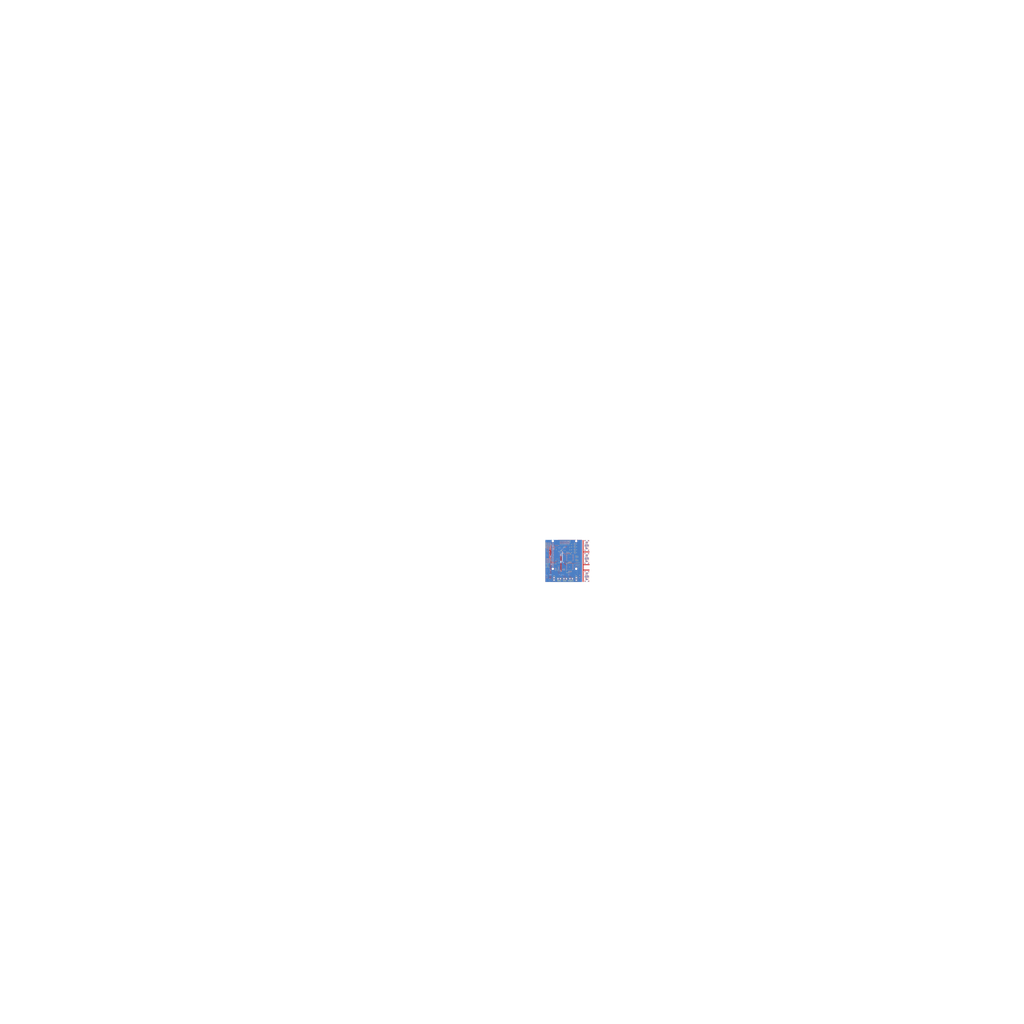
<source format=kicad_pcb>
(kicad_pcb (version 20221018) (generator pcbnew)
  (layers (0 "F.Cu" signal) (31 "B.Cu" signal) (34 "B.Paste" user) (35 "F.Paste" user) (36 "B.SilkS" user "B.Silkscreen") (37 "F.SilkS" user "F.Silkscreen") (38 "B.Mask" user) (39 "F.Mask" user) (44 "Edge.Cuts" user))
  (net 0 "")
  (net 1 "+5V")
  (net 2 "Net-(U5-LED0)")
  (net 3 "Net-(U5-LED1)")
  (net 4 "/UART_TX")
  (net 5 "/GPIO 17")
  (net 6 "Net-(U5-LED2)")
  (net 7 "Net-(U5-LED3)")
  (net 8 "Net-(U5-LED4)")
  (net 9 "/GPIO 24")
  (net 10 "Net-(U5-LED5)")
  (net 11 "Net-(U5-LED6)")
  (net 12 "Net-(U5-LED7)")
  (net 13 "/GPIO 25")
  (net 14 "Net-(D2-A)")
  (net 15 "/GPIO 20")
  (net 16 "/GPIO 21")
  (net 17 "/GPIO 13")
  (net 18 "/GPIO 19")
  (net 19 "GND")
  (net 20 "+24V")
  (net 23 "+3.3V")
  (net 24 "/GPIO 27")
  (net 25 "/Servo DIR")
  (net 26 "Net-(J2-Pin_2)")
  (net 27 "Net-(J15-Pin_1)")
  (net 28 "Net-(D1-A)")
  (net 29 "Net-(J8-Pin_1)")
  (net 30 "Net-(J8-Pin_2)")
  (net 31 "Net-(J10-Pin_1)")
  (net 32 "/GPIO 22")
  (net 33 "/GPIO 23")
  (net 34 "/GPIO 4")
  (net 35 "/UART_HalfDuplex")
  (net 36 "/GPIO 5")
  (net 37 "/GPIO 6")
  (net 38 "/GPIO 12")
  (net 39 "/GPIO 26")
  (net 40 "/GPIO 16")
  (net 41 "Net-(J10-Pin_2)")
  (net 42 "/A0")
  (net 43 "Net-(J16-Pin_1)")
  (net 44 "Net-(J17-Pin_2)")
  (net 45 "Net-(J18-Pin_2)")
  (net 46 "/I2C SDA")
  (net 47 "/I2C SCL")
  (net 48 "Net-(U3-SDA2)")
  (net 49 "/UART_RX")
  (net 50 "+7.5V")
  (net 51 "Net-(U3-SCL2)")
  (net 52 "Net-(U3-EN)")
  (net 65 "VCCQ")
  (net 66 "Net-(J12-Pin_1)")
  (net 67 "Net-(J13-Pin_1)")
  (net 68 "/TX_EN")
  (net 69 "Net-(JP1-A)")
  (net 70 "Net-(JP2-A)")
  (net 71 "Net-(J2-Pin_1)")
  (net 72 "GNDA")
  (net 73 "/SPI MOSI")
  (net 74 "/SPI MISO")
  (net 75 "/SPI_CS1")
  (footprint "Connector_PinHeader_2.54mm:PinHeader_2x04_P2.54mm_Vertical" (layer "F.Cu") (at 147.77 94.94 90)
    (fp_text reference "J2" hide)
    (fp_text value "Conn_02x05_Odd_Even")
  )
  (footprint "Package_SO:SOP-8_3.76x4.96mm_P1.27mm" (layer "F.Cu") (at 89.1375 67.645)
    (fp_text reference "U3")
    (fp_text value "PCA9306D")
  )
  (footprint "Resistor_SMD:R_0805_2012Metric" (layer "F.Cu") (at 95.5 102.85 -90)
    (fp_text reference "R4")
    (fp_text value "10k")
  )
  (footprint "MiAM:XT30UM" (layer "F.Cu") (at 129.8 134.15 -90)
    (fp_text reference "J6" hide)
    (fp_text value "Conn_01x02_Male" hide)
  )
  (footprint "Connector_JST:JST_GH_SM05B-GHS-TB_1x05-1MP_P1.25mm_Horizontal" (layer "F.Cu") (at 151.55 57.95 180)
    (fp_text reference "SPI1")
    (fp_text value "JST_ZH5")
  )
  (footprint "Package_TO_SOT_SMD:SOT-553" (layer "F.Cu") (at 92.4 99.15 180)
    (fp_text reference "U1")
    (fp_text value "74LVC1G125")
  )
  (footprint "LED_THT:LED_D3.0mm" (layer "F.Cu") (at 104 118.19 90)
    (fp_text reference "D2")
    (fp_text value "LED")
  )
  (footprint "Connector_JST:JST_GH_SM05B-GHS-TB_1x05-1MP_P1.25mm_Horizontal" (layer "F.Cu") (at 151.55 84.95 180)
    (fp_text reference "SPI1")
    (fp_text value "JST_ZH5")
  )
  (footprint "MiAM:XT30UM" (layer "F.Cu") (at 96.4 136.3 180)
    (fp_text reference "J3" hide)
    (fp_text value "Conn_01x02_Male" hide)
  )
  (footprint "Connector_Molex:Molex_PicoBlade_53047-0210_1x02_P1.25mm_Vertical" (layer "F.Cu") (at 69.9 109.2 90)
    (fp_text reference "J24" hide)
    (fp_text value "Conn_01x02_Male")
  )
  (footprint "Connector_PinHeader_2.54mm:PinHeader_1x03_P2.54mm_Vertical" (layer "F.Cu") (at 109.4 82.35 90)
    (fp_text reference "J11" hide)
    (fp_text value "Conn_01x03_Male")
  )
  (footprint "Connector_Molex:Molex_PicoBlade_53047-0210_1x02_P1.25mm_Vertical" (layer "F.Cu") (at 126.5 63.025 -90)
    (fp_text reference "J12" hide)
    (fp_text value "Conn_01x02_Male")
  )
  (footprint "Resistor_SMD:R_0805_2012Metric" (layer "F.Cu") (at 117.6 76.15 -90)
    (fp_text reference "R10")
    (fp_text value "10k")
  )
  (footprint "Package_TO_SOT_SMD:SOT-23_Handsoldering" (layer "F.Cu") (at 121.9 80.95 90)
    (fp_text reference "Q1")
    (fp_text value "NVTR4503NT1G")
  )
  (footprint "Connector_JST:JST_SH_SM04B-SRSS-TB_1x04-1MP_P1.00mm_Horizontal" (layer "F.Cu") (at 69.875 86.35 -90)
    (fp_text reference "J14")
    (fp_text value "Conn_01x04_Male")
  )
  (footprint "Connector_Molex:Molex_PicoBlade_53047-0210_1x02_P1.25mm_Vertical" (layer "F.Cu") (at 126.5 75 -90)
    (fp_text reference "J15" hide)
    (fp_text value "Conn_01x02_Male")
  )
  (footprint "Connector_JST:JST_GH_SM05B-GHS-TB_1x05-1MP_P1.25mm_Horizontal" (layer "F.Cu") (at 71.15 119.4 -90)
    (fp_text reference "SPI0" hide)
    (fp_text value "JST_ZH5")
  )
  (footprint "Connector_Molex:Molex_PicoBlade_53047-0210_1x02_P1.25mm_Vertical" (layer "F.Cu") (at 126.5 80.75 -90)
    (fp_text reference "J13" hide)
    (fp_text value "Conn_01x02_Male")
  )
  (footprint "MiAM:XT30UM" (layer "F.Cu") (at 116.4 136.3)
    (fp_text reference "J4" hide)
    (fp_text value "Conn_01x02_Male" hide)
  )
  (footprint "MiAM:Pin_Header_Straight_3x08_Pitch2.54mm" (layer "F.Cu") (at 114.2 57.65 -90)
    (fp_text reference "C3" hide)
    (fp_text value "Conn_03x08")
  )
  (footprint "Package_TO_SOT_SMD:SOT-553" (layer "F.Cu") (at 92.4 101.55)
    (fp_text reference "U7")
    (fp_text value "SN74AHCT1G126")
  )
  (footprint "Package_TO_SOT_SMD:SOT-23_Handsoldering" (layer "F.Cu") (at 121.85 63.65 90)
    (fp_text reference "Q7")
    (fp_text value "NVTR4503NT1G")
  )
  (footprint "Resistor_SMD:R_0805_2012Metric" (layer "F.Cu") (at 87.9 101.3375 -90)
    (fp_text reference "R14")
    (fp_text value "10k")
  )
  (footprint "Package_SO:TSSOP-28_4.4x9.7mm_P0.65mm" (layer "F.Cu") (at 102.5 70.65 -90)
    (fp_text reference "U5")
    (fp_text value "PCA9685PW")
  )
  (footprint "Connector_Molex:Molex_PicoBlade_53047-0210_1x02_P1.25mm_Vertical" (layer "F.Cu") (at 126.5 68.85 -90)
    (fp_text reference "J16" hide)
    (fp_text value "Conn_01x02_Male")
  )
  (footprint "Package_TO_SOT_SMD:SOT-553" (layer "F.Cu") (at 88.2 97.95 90)
    (fp_text reference "U2")
    (fp_text value "SN74LVC1G04DRLR ")
  )
  (footprint "Resistor_SMD:R_0805_2012Metric" (layer "F.Cu") (at 108.8875 120.95)
    (fp_text reference "R2")
    (fp_text value "R")
  )
  (footprint "Connector_JST:JST_SH_SM04B-SRSS-TB_1x04-1MP_P1.00mm_Horizontal" (layer "F.Cu") (at 73.9 139.434)
    (fp_text reference "J7")
    (fp_text value "Conn_01x04_Male")
  )
  (footprint "Connector_JST:JST_GH_SM05B-GHS-TB_1x05-1MP_P1.25mm_Horizontal" (layer "F.Cu") (at 151.8 122.7 180)
    (fp_text reference "SPI1")
    (fp_text value "JST_ZH5")
  )
  (footprint "Resistor_SMD:R_0805_2012Metric" (layer "F.Cu") (at 94.5 76.25 -90)
    (fp_text reference "R7")
    (fp_text value "5k")
  )
  (footprint "Connector_PinHeader_2.54mm:PinHeader_1x05_P2.54mm_Vertical" (layer "F.Cu") (at 75 61.49)
    (fp_text reference "J22" hide)
    (fp_text value "Conn_01x05")
  )
  (footprint "Connector_PinHeader_2.54mm:PinHeader_2x04_P2.54mm_Vertical" (layer "F.Cu") (at 147.77 67.94 90)
    (fp_text reference "J2" hide)
    (fp_text value "Conn_02x05_Odd_Even")
  )
  (footprint "Resistor_SMD:R_0805_2012Metric" (layer "F.Cu") (at 117.4 70.35 -90)
    (fp_text reference "R11")
    (fp_text value "10k")
  )
  (footprint "Connector_PinHeader_2.54mm:PinHeader_1x05_P2.54mm_Vertical" (layer "F.Cu") (at 71.35 61.485)
    (fp_text reference "J21" hide)
    (fp_text value "Conn_01x05")
  )
  (footprint "Resistor_SMD:R_0805_2012Metric" (layer "F.Cu") (at 100.3875 77.15 180)
    (fp_text reference "R6")
    (fp_text value "10k")
  )
  (footprint "Resistor_SMD:R_0805_2012Metric" (layer "F.Cu") (at 89.6 115.45 90)
    (fp_text reference "R3")
    (fp_text value "R")
  )
  (footprint "Connector_PinHeader_2.54mm:PinHeader_1x03_P2.54mm_Vertical" (layer "F.Cu") (at 113.475 101.55 90)
    (fp_text reference "J18" hide)
    (fp_text value "Conn_01x03_Male")
  )
  (footprint "MiAM:MODULE_RASPBERRY_PI_B+" (layer "F.Cu") (at 105 76.4 90)
    (fp_text reference "J1" hide)
    (fp_text value "PI40HAT")
  )
  (footprint "MiAM:CONV_R-78Bxx-2.0" (layer "F.Cu") (at 92.9 116.93 90)
    (fp_text reference "P1" hide)
    (fp_text value "R-78Bxx-2.0" hide)
  )
  (footprint "Package_TO_SOT_SMD:SOT-23_Handsoldering" (layer "F.Cu") (at 121.85 69.5 90)
    (fp_text reference "Q3")
    (fp_text value "NVTR4503NT1G")
  )
  (footprint "MiAM:SHDR3W60P0X250_1X3_990X490X590P" (layer "F.Cu") (at 129 109.3 180)
    (fp_text reference "J23" hide)
    (fp_text value "22-03-5035" hide)
  )
  (footprint "MiAM:SHDR3W60P0X250_1X3_990X490X590P" (layer "F.Cu") (at 129 103.65 180)
    (fp_text reference "J9" hide)
    (fp_text value "22-03-5035" hide)
  )
  (footprint "Resistor_SMD:R_0805_2012Metric" (layer "F.Cu") (at 117.6 81.85 -90)
    (fp_text reference "R8")
    (fp_text value "10k")
  )
  (footprint "LED_THT:LED_D3.0mm" (layer "F.Cu") (at 86.3 116.95 90)
    (fp_text reference "D1")
    (fp_text value "LED")
  )
  (footprint "Jumper:SolderJumper-3_P1.3mm_Bridged12_Pad1.0x1.5mm_NumberLabels" (layer "F.Cu") (at 105.1 77.05)
    (fp_text reference "JP2" hide)
    (fp_text value "SolderJumper_3_Bridged12")
  )
  (footprint "Resistor_SMD:R_0805_2012Metric" (layer "F.Cu") (at 88 72.6625 -90)
    (fp_text reference "R9")
    (fp_text value "200k")
  )
  (footprint "Connector_JST:JST_GH_SM05B-GHS-TB_1x05-1MP_P1.25mm_Horizontal" (layer "F.Cu") (at 129.15 123.65 90)
    (fp_text reference "SPI2" hide)
    (fp_text value "JST_ZH5")
  )
  (footprint "MiAM:Pin_Header_Straight_3x04_Pitch2.54mm" (layer "F.Cu") (at 67.62 94.55)
    (fp_text reference "C4" hide)
    (fp_text value "Conn_03x04")
  )
  (footprint "MiAM:XT30UM" (layer "F.Cu") (at 83.1 134.05 -90)
    (fp_text reference "J5" hide)
    (fp_text value "Conn_01x02_Male" hide)
  )
  (footprint "Connector_PinHeader_2.54mm:PinHeader_1x05_P2.54mm_Vertical" (layer "F.Cu") (at 67.7 61.485)
    (fp_text reference "J20" hide)
    (fp_text value "Conn_01x05")
  )
  (footprint "Connector_Molex:Molex_PicoBlade_53047-0210_1x02_P1.25mm_Vertical" (layer "F.Cu") (at 129.5 96.65 -90)
    (fp_text reference "J8" hide)
    (fp_text value "Conn_01x02_Male")
  )
  (footprint "Connector_PinHeader_2.54mm:PinHeader_1x03_P2.54mm_Vertical" (layer "F.Cu") (at 113.8 120.95 90)
    (fp_text reference "J17" hide)
    (fp_text value "Conn_01x03_Male")
  )
  (footprint "Connector_Molex:Molex_PicoBlade_53047-0210_1x02_P1.25mm_Vertical" (layer "F.Cu") (at 129.5 89.3 -90)
    (fp_text reference "J10" hide)
    (fp_text value "Conn_01x02_Male")
  )
  (footprint "Connector_PinHeader_2.54mm:PinHeader_2x04_P2.54mm_Vertical" (layer "F.Cu") (at 148.02 132.69 90)
    (fp_text reference "J2" hide)
    (fp_text value "Conn_02x05_Odd_Even")
  )
  (footprint "Resistor_SMD:R_0805_2012Metric" (layer "F.Cu") (at 117.4 64.45 -90)
    (fp_text reference "R1" hide)
    (fp_text value "10k")
  )
  (footprint "MiAM:PololuMAX14870" (layer "F.Cu") (at 108.53 117.42)
    (fp_text reference "U6")
    (fp_text value "Pololu_MAX14870")
  )
  (footprint "Resistor_SMD:R_0805_2012Metric" (layer "F.Cu") (at 85.7 101.35 -90)
    (fp_text reference "R12")
    (fp_text value "10k")
  )
  (footprint "Connector_JST:JST_GH_SM05B-GHS-TB_1x05-1MP_P1.25mm_Horizontal" (layer "F.Cu") (at 151.55 102.1)
    (fp_text reference "SPI2")
    (fp_text value "JST_ZH5")
  )
  (footprint "Jumper:SolderJumper-3_P1.3mm_Bridged12_Pad1.0x1.5mm_NumberLabels" (layer "F.Cu") (at 90.2 94.95)
    (fp_text reference "JP1" hide)
    (fp_text value "SolderJumper_3_Bridged12")
  )
  (footprint "Resistor_SMD:R_0805_2012Metric" (layer "F.Cu") (at 92.5 76.25 -90)
    (fp_text reference "R5")
    (fp_text value "5k")
  )
  (footprint "MiAM:PololuMAX14870" (layer "F.Cu") (at 108.73 98.2)
    (fp_text reference "U4")
    (fp_text value "Pololu_MAX14870")
  )
  (footprint "Package_TO_SOT_SMD:SOT-23_Handsoldering" (layer "F.Cu") (at 121.9 75.25 90)
    (fp_text reference "Q2")
    (fp_text value "NVTR4503NT1G")
  )
  (footprint "MiAM:XT30UM" (layer "F.Cu") (at 103.9 136.3)
    (fp_text reference "J2" hide)
    (fp_text value "Conn_01x02_Male" hide)
  )
  (footprint "Connector_JST:JST_SH_SM04B-SRSS-TB_1x04-1MP_P1.00mm_Horizontal" (layer "F.Cu") (at 69.875 78.15 -90)
    (fp_text reference "J19")
    (fp_text value "Conn_01x04_Male")
  )
  (footprint "Connector_JST:JST_GH_SM05B-GHS-TB_1x05-1MP_P1.25mm_Horizontal" (layer "F.Cu") (at 151.8 139.85)
    (fp_text reference "SPI2")
    (fp_text value "JST_ZH5")
  )
  (footprint "Connector_JST:JST_GH_SM05B-GHS-TB_1x05-1MP_P1.25mm_Horizontal" (layer "F.Cu") (at 151.55 75.1)
    (fp_text reference "SPI2")
    (fp_text value "JST_ZH5")
  )
  (footprint "Connector_JST:JST_SH_SM04B-SRSS-TB_1x04-1MP_P1.00mm_Horizontal" (layer "B.Cu") (at 151.7 122.75)
    (fp_text reference "J1" hide)
    (fp_text value "Conn_01x04_Male")
  )
  (footprint "Connector_JST:JST_SH_SM04B-SRSS-TB_1x04-1MP_P1.00mm_Horizontal" (layer "B.Cu") (at 151.8 139.85 180)
    (fp_text reference "J3" hide)
    (fp_text value "Conn_01x04_Male")
  )
  (footprint "Connector_JST:JST_SH_SM04B-SRSS-TB_1x04-1MP_P1.00mm_Horizontal" (layer "B.Cu") (at 151.55 75.1 180)
    (fp_text reference "J3" hide)
    (fp_text value "Conn_01x04_Male")
  )
  (footprint "MiAM:StepDown10A" (layer "B.Cu") (at 68 131.59 90)
    (fp_text reference "P2")
    (fp_text value "Amazon 10A stepdown")
  )
  (footprint "Connector_JST:JST_SH_SM04B-SRSS-TB_1x04-1MP_P1.00mm_Horizontal" (layer "B.Cu") (at 151.45 58)
    (fp_text reference "J1" hide)
    (fp_text value "Conn_01x04_Male")
  )
  (footprint "Connector_JST:JST_SH_SM04B-SRSS-TB_1x04-1MP_P1.00mm_Horizontal" (layer "B.Cu") (at 151.45 85)
    (fp_text reference "J1" hide)
    (fp_text value "Conn_01x04_Male")
  )
  (footprint "Connector_JST:JST_SH_SM04B-SRSS-TB_1x04-1MP_P1.00mm_Horizontal" (layer "B.Cu") (at 151.55 102.1 180)
    (fp_text reference "J3" hide)
    (fp_text value "Conn_01x04_Male")
  )
  (gr_line (start 144 142) (end 144 56) (stroke (width 2)) (layer "F.Cu"))
  (gr_line (start 144 118) (end 156.5 118) (stroke (width 2)) (layer "F.Cu"))
  (gr_line (start 144 80) (end 156.5 80) (stroke (width 2)) (layer "F.Cu"))
  (gr_line (start 144 106.75) (end 156.75 106.75) (stroke (width 2)) (layer "F.Cu"))
  (gr_rect (start 64.5 54.4) (end 158 143.4) (stroke (width 0.1)) (fill none) (layer "Edge.Cuts"))
  (gr_text "1" (at 148.1 127.75 90) (layer "B.Cu") (effects (font (size 1.5 1.5) (thickness 0.3) bold) (justify left bottom)))
  (gr_text "1" (at 147.85 63 90) (layer "B.Cu") (effects (font (size 1.5 1.5) (thickness 0.3) bold) (justify left bottom)))
  (gr_text "1" (at 147.85 90 90) (layer "B.Cu") (effects (font (size 1.5 1.5) (thickness 0.3) bold) (justify left bottom)))
  (gr_text "24 - 7" (at 115.7 103.75) (layer "F.SilkS") (effects (font (size 1 1) (thickness 0.2) bold)))
  (gr_text "27" (at 130.5 63.95) (layer "F.SilkS") (effects (font (size 1 1))))
  (gr_text "3V3" (at 65.6492 63.2496 90) (layer "F.SilkS") (effects (font (size 1 1)) (justify left)))
  (gr_text "7V5" (at 116.755 59.9725 90) (layer "F.SilkS") (effects (font (size 1 1))))
  (gr_text "1" (at 111.675 65.6875 90) (layer "F.SilkS") (effects (font (size 1 1))))
  (gr_text "3" (at 106.595 65.6875 90) (layer "F.SilkS") (effects (font (size 1 1))))
  (gr_text "1" (at 148.45 98.4 90) (layer "F.SilkS") (effects (font (size 1.5 1.5) (thickness 0.3) bold) (justify left bottom)))
  (gr_text "6" (at 98.975 65.6875 90) (layer "F.SilkS") (effects (font (size 1 1))))
  (gr_text "24V" (at 83.349 129.877) (layer "F.SilkS") (effects (font (size 1 1) (thickness 0.2) bold)))
  (gr_text "Switch" (at 105.4 140.5) (layer "F.SilkS") (effects (font (size 1.5 1.5) (thickness 0.3))))
  (gr_text "GND" (at 65.6238 66.3992 90) (layer "F.SilkS") (effects (font (size 1 1)) (justify left)))
  (gr_text "SCL" (at 65.5984 69.117 90) (layer "F.SilkS") (effects (font (size 1 1)) (justify left)))
  (gr_text "4" (at 67 74.0888) (layer "F.SilkS") (effects (font (size 1 1)) (justify left)))
  (gr_text "20" (at 75.3114 94.9938) (layer "F.SilkS") (effects (font (size 1 1))))
  (gr_text "3V3" (at 70.7394 104.9252) (layer "F.SilkS") (effects (font (size 1 1))))
  (gr_text "26" (at 130.5 69.35) (layer "F.SilkS") (effects (font (size 1 1))))
  (gr_text "24 - 7" (at 111.7 80) (layer "F.SilkS") (effects (font (size 1 1) (thickness 0.2) bold)))
  (gr_text "5" (at 101.515 65.6875 90) (layer "F.SilkS") (effects (font (size 1 1))))
  (gr_text "2" (at 109.135 65.6875 90) (layer "F.SilkS") (effects (font (size 1 1))))
  (gr_text "24" (at 130.5 81.35) (layer "F.SilkS") (effects (font (size 1 1))))
  (gr_text "22" (at 75.3114 100.0484) (layer "F.SilkS") (effects (font (size 1 1))))
  (gr_text "SDA" (at 65.7 72.0888 90) (layer "F.SilkS") (effects (font (size 1 1)) (justify left)))
  (gr_text "24V" (at 129.75 130.15) (layer "F.SilkS") (effects (font (size 1 1) (thickness 0.2) bold)))
  (gr_text "25" (at 130.5 75.55) (layer "F.SilkS") (effects (font (size 1 1))))
  (gr_text "Start switch" (at 69.8 112) (layer "F.SilkS") (effects (font (size 1 1))))
  (gr_text "5" (at 71 74.0888) (layer "F.SilkS") (effects (font (size 1 1)) (justify left)))
  (gr_text "1" (at 148.45 71.4 90) (layer "F.SilkS") (effects (font (size 1.5 1.5) (thickness 0.3) bold) (justify left bottom)))
  (gr_text "GND" (at 67.4882 104.976) (layer "F.SilkS") (effects (font (size 1 1))))
  (gr_text "4" (at 104.055 65.6875 90) (layer "F.SilkS") (effects (font (size 1 1))))
  (gr_text "23" (at 75.3114 102.7916) (layer "F.SilkS") (effects (font (size 1 1))))
  (gr_text "1" (at 148.7 136.15 90) (layer "F.SilkS") (effects (font (size 1.5 1.5) (thickness 0.3) bold) (justify left bottom)))
  (gr_text "0" (at 114.215 65.6875 90) (layer "F.SilkS") (effects (font (size 1 1))))
  (gr_text "Battery" (at 94 140.4) (layer "F.SilkS") (effects (font (size 1.5 1.5) (thickness 0.3))))
  (gr_text "MOT1" (at 133.3 97.55 90) (layer "F.SilkS") (effects (font (size 1 1))))
  (gr_text "6" (at 74.5 74.0888) (layer "F.SilkS") (effects (font (size 1 1)) (justify left)))
  (gr_text "MOT2" (at 110.019 103.715) (layer "F.SilkS") (effects (font (size 1 1) (thickness 0.2) bold)))
  (gr_text "Emergency" (at 118 140.5) (layer "F.SilkS") (effects (font (size 1.5 1.5) (thickness 0.3))))
  (gr_text "GND" (at 116.755 56.7975 90) (layer "F.SilkS") (effects (font (size 1 1))))
  (gr_text "21" (at 75.3114 97.7624) (layer "F.SilkS") (effects (font (size 1 1))))
  (gr_text "24 - 7" (at 116 123.6) (layer "F.SilkS") (effects (font (size 1 1) (thickness 0.2) bold)))
  (gr_text "7" (at 96.435 65.6875 90) (layer "F.SilkS") (effects (font (size 1 1))))
  (gr_text "MOT1" (at 110.527 123.654) (layer "F.SilkS") (effects (font (size 1 1) (thickness 0.2) bold)))
  (gr_text "MOT2" (at 133.3 90.15 90) (layer "F.SilkS") (effects (font (size 1 1))))
  (segment (start 77.4 89.45) (end 77.4 84.42) (width 0.25) (layer "F.Cu") (net 0))
  (segment (start 97.05 119.4) (end 73 119.4) (width 0.25) (layer "F.Cu") (net 0))
  (segment (start 74.6 120.75) (end 73.1 120.75) (width 0.25) (layer "F.Cu") (net 0))
  (segment (start 97.9 120.25) (end 97.9 120.75) (width 0.25) (layer "F.Cu") (net 0))
  (segment (start 74.75 118.15) (end 73 118.15) (width 0.25) (layer "F.Cu") (net 0))
  (segment (start 97.9 120.25) (end 97.05 119.4) (width 0.25) (layer "F.Cu") (net 0))
  (segment (start 77.4 84.42) (end 79.23 82.59) (width 0.25) (layer "F.Cu") (net 0))
  (segment (start 96.83 85.13) (end 81.77 85.13) (width 0.25) (layer "F.Cu") (net 0))
  (segment (start 97.9 120.75) (end 100.8 123.65) (width 0.25) (layer "F.Cu") (net 0))
  (segment (start 95.45 118.5) (end 75.9 118.5) (width 0.25) (layer "F.Cu") (net 0))
  (segment (start 96.7 118.95) (end 75.55 118.95) (width 0.25) (layer "F.Cu") (net 0))
  (segment (start 96.618398 121.418398) (end 101.35 126.15) (width 0.25) (layer "F.Cu") (net 0))
  (segment (start 97.645675 87.67) (end 81.77 87.67) (width 0.25) (layer "F.Cu") (net 0))
  (segment (start 94.5345 82.59) (end 81.77 82.59) (width 0.25) (layer "F.Cu") (net 0))
  (segment (start 75.9 118.5) (end 74.3 116.9) (width 0.25) (layer "F.Cu") (net 0))
  (segment (start 101.35 126.15) (end 127.3 126.15) (width 0.25) (layer "F.Cu") (net 0))
  (segment (start 96.618398 121.376128) (end 96.618398 121.418398) (width 0.25) (layer "F.Cu") (net 0))
  (segment (start 96.4 117.55) (end 95.45 118.5) (width 0.25) (layer "F.Cu") (net 0))
  (segment (start 125.8 122.4) (end 127.3 122.4) (width 0.25) (layer "F.Cu") (net 0))
  (segment (start 97.807666 121.757666) (end 100.95 124.9) (width 0.25) (layer "F.Cu") (net 0))
  (segment (start 99.15 120.4) (end 101.775 123.025) (width 0.25) (layer "F.Cu") (net 0))
  (segment (start 96.4 84.4555) (end 94.5345 82.59) (width 0.25) (layer "F.Cu") (net 0))
  (segment (start 75.8255 91.0245) (end 77.4 89.45) (width 0.25) (layer "F.Cu") (net 0))
  (segment (start 79.23 80.05) (end 80.683 81.503) (width 0.25) (layer "F.Cu") (net 0))
  (segment (start 101.775 123.025) (end 125.175 123.025) (width 0.25) (layer "F.Cu") (net 0))
  (segment (start 80.683 81.503) (end 96.2035 81.503) (width 0.25) (layer "F.Cu") (net 0))
  (segment (start 100.95 124.9) (end 127.3 124.9) (width 0.25) (layer "F.Cu") (net 0))
  (segment (start 96.2035 81.503) (end 98.1505 83.45) (width 0.25) (layer "F.Cu") (net 0))
  (segment (start 125.175 123.025) (end 125.8 122.4) (width 0.25) (layer "F.Cu") (net 0))
  (segment (start 100.8 123.65) (end 127.3 123.65) (width 0.25) (layer "F.Cu") (net 0))
  (segment (start 75.55 118.95) (end 74.75 118.15) (width 0.25) (layer "F.Cu") (net 0))
  (segment (start 97.807666 121.611554) (end 97.807666 121.757666) (width 0.25) (layer "F.Cu") (net 0))
  (segment (start 97.1 118.55) (end 96.7 118.95) (width 0.25) (layer "F.Cu") (net 0))
  (segment (start 97.8495 87.873825) (end 97.645675 87.67) (width 0.25) (layer "F.Cu") (net 0))
  (segment (start 75.8255 91.4) (end 75.8255 91.0245) (width 0.25) (layer "F.Cu") (net 0))
  (segment (start 74.3 116.9) (end 73 116.9) (width 0.25) (layer "F.Cu") (net 0))
  (segment (start 97.175 85.475) (end 96.83 85.13) (width 0.25) (layer "F.Cu") (net 0))
  (via (at 97.9 120.25) (size 0.7) (drill 0.3) (layers "F.Cu" "B.Cu") (net 0))
  (via (at 99.15 120.4) (size 0.7) (drill 0.3) (layers "F.Cu" "B.Cu") (net 0))
  (via (at 97.175 85.475) (size 0.7) (drill 0.3) (layers "F.Cu" "B.Cu") (net 0))
  (via (at 97.807666 121.611554) (size 0.7) (drill 0.3) (layers "F.Cu" "B.Cu") (net 0))
  (via (at 97.8495 87.873825) (size 0.7) (drill 0.3) (layers "F.Cu" "B.Cu") (net 0))
  (via (at 96.618398 121.376128) (size 0.7) (drill 0.3) (layers "F.Cu" "B.Cu") (net 0))
  (via (at 96.4 117.55) (size 0.7) (drill 0.3) (layers "F.Cu" "B.Cu") (net 0))
  (via (at 74.6 120.75) (size 0.7) (drill 0.3) (layers "F.Cu" "B.Cu") (net 0))
  (via (at 97.1 118.55) (size 0.7) (drill 0.3) (layers "F.Cu" "B.Cu") (net 0))
  (via (at 96.4 84.4555) (size 0.7) (drill 0.3) (layers "F.Cu" "B.Cu") (net 0))
  (via (at 75.8255 91.4) (size 0.7) (drill 0.3) (layers "F.Cu" "B.Cu") (net 0))
  (via (at 98.1505 83.45) (size 0.7) (drill 0.3) (layers "F.Cu" "B.Cu") (net 0))
  (segment (start 96.4 121.15773) (end 96.4 117.55) (width 0.25) (layer "B.Cu") (net 0))
  (segment (start 75.9 106.495405) (end 74.6 107.795405) (width 0.25) (layer "B.Cu") (net 0))
  (segment (start 98.725 84.0245) (end 98.1505 83.45) (width 0.25) (layer "B.Cu") (net 0))
  (segment (start 97.807666 121.611554) (end 97.1 120.903888) (width 0.25) (layer "B.Cu") (net 0))
  (segment (start 75.8255 91.4) (end 75.9 91.4745) (width 0.25) (layer "B.Cu") (net 0))
  (segment (start 97.9 87.924325) (end 97.9 120.25) (width 0.25) (layer "B.Cu") (net 0))
  (segment (start 75.9 91.4745) (end 75.9 106.495405) (width 0.25) (layer "B.Cu") (net 0))
  (segment (start 96.4 84.4555) (end 96.4 117.55) (width 0.25) (layer "B.Cu") (net 0))
  (segment (start 99.15 120.4) (end 98.725 119.975) (width 0.25) (layer "B.Cu") (net 0))
  (segment (start 74.6 107.795405) (end 74.6 120.75) (width 0.25) (layer "B.Cu") (net 0))
  (segment (start 97.175 85.475) (end 97.175 118.475) (width 0.25) (layer "B.Cu") (net 0))
  (segment (start 97.1 120.903888) (end 97.1 118.55) (width 0.25) (layer "B.Cu") (net 0))
  (segment (start 97.8495 87.873825) (end 97.9 87.924325) (width 0.25) (layer "B.Cu") (net 0))
  (segment (start 97.175 118.475) (end 97.1 118.55) (width 0.25) (layer "B.Cu") (net 0))
  (segment (start 98.725 119.975) (end 98.725 84.0245) (width 0.25) (layer "B.Cu") (net 0))
  (segment (start 96.618398 121.376128) (end 96.4 121.15773) (width 0.25) (layer "B.Cu") (net 0))
  (segment (start 89.6 114.5375) (end 89.6 112.01) (width 0.25) (layer "F.Cu") (net 1))
  (segment (start 106.725 74.201041) (end 105.626041 75.3) (width 0.25) (layer "F.Cu") (net 1))
  (segment (start 99.5 102.15) (end 97.8875 103.7625) (width 0.8) (layer "F.Cu") (net 1))
  (segment (start 101.325 75.3) (end 99.475 77.15) (width 0.25) (layer "F.Cu") (net 1))
  (segment (start 91.575 77.15) (end 88 73.575) (width 0.5) (layer "F.Cu") (net 1))
  (segment (start 90.5 111.91) (end 90.5 108.75) (width 0.8) (layer "F.Cu") (net 1))
  (segment (start 80.61 111.91) (end 89.5 111.91) (width 0.8) (layer "F.Cu") (net 1))
  (segment (start 92.75125 111.91) (end 90.5 111.91) (width 0.8) (layer "F.Cu") (net 1))
  (segment (start 93.25 106.0125) (end 95.5 103.7625) (width 0.8) (layer "F.Cu") (net 1))
  (segment (start 90.5 108.75) (end 93.2375 106.0125) (width 0.8) (layer "F.Cu") (net 1))
  (segment (start 106.725 73.5125) (end 106.725 74.201041) (width 0.25) (layer "F.Cu") (net 1))
  (segment (start 92.55 101.6) (end 92.55 102.525) (width 0.25) (layer "F.Cu") (net 1))
  (segment (start 99.475 77.15) (end 91.575 77.15) (width 0.5) (layer "F.Cu") (net 1))
  (segment (start 89.5 111.91) (end 90.5 111.91) (width 0.8) (layer "F.Cu") (net 1))
  (segment (start 93.7875 103.7625) (end 95.5 103.7625) (width 0.25) (layer "F.Cu") (net 1))
  (segment (start 79.23 110.53) (end 80.61 111.91) (width 0.8) (layer "F.Cu") (net 1))
  (segment (start 92.55 102.525) (end 93.7875 103.7625) (width 0.25) (layer "F.Cu") (net 1))
  (segment (start 93.2375 106.0125) (end 93.25 106.0125) (width 0.8) (layer "F.Cu") (net 1))
  (segment (start 99.5 99.45) (end 99.5 102.15) (width 0.8) (layer "F.Cu") (net 1))
  (segment (start 106.725 71.411396) (end 106.075 70.761396) (width 0.25) (layer "F.Cu") (net 1))
  (segment (start 106.075 70.761396) (end 106.075 67.7875) (width 0.25) (layer "F.Cu") (net 1))
  (segment (start 105.626041 75.3) (end 101.325 75.3) (width 0.25) (layer "F.Cu") (net 1))
  (segment (start 106.725 73.5125) (end 106.725 71.411396) (width 0.25) (layer "F.Cu") (net 1))
  (segment (start 89.6 112.01) (end 89.5 111.91) (width 0.25) (layer "F.Cu") (net 1))
  (segment (start 97.8875 103.7625) (end 95.5 103.7625) (width 0.8) (layer "F.Cu") (net 1))
  (segment (start 93.1 101.05) (end 92.55 101.6) (width 0.25) (layer "F.Cu") (net 1))
  (via (at 99.5 99.45) (size 0.7) (drill 0.3) (layers "F.Cu" "B.Cu") (net 1))
  (via (at 99.475 77.15) (size 0.7) (drill 0.3) (layers "F.Cu" "B.Cu") (net 1))
  (segment (start 79.23 107.99) (end 79.23 110.53) (width 1) (layer "B.Cu") (net 1))
  (segment (start 99.475 77.15) (end 99.5 77.175) (width 0.8) (layer "B.Cu") (net 1))
  (segment (start 99.5 77.175) (end 99.5 99.45) (width 0.8) (layer "B.Cu") (net 1))
  (segment (start 104.85 65.55) (end 111.38 65.55) (width 0.25) (layer "F.Cu") (net 2))
  (segment (start 111.38 65.55) (end 114.2 62.73) (width 0.25) (layer "F.Cu") (net 2))
  (segment (start 103.475 66.925) (end 104.85 65.55) (width 0.25) (layer "F.Cu") (net 2))
  (segment (start 103.475 67.7875) (end 103.475 66.925) (width 0.25) (layer "F.Cu") (net 2))
  (segment (start 105.304493 64.4) (end 109.99 64.4) (width 0.25) (layer "F.Cu") (net 3))
  (segment (start 102.825 67.7875) (end 102.825 66.879493) (width 0.25) (layer "F.Cu") (net 3))
  (segment (start 102.825 66.879493) (end 105.304493 64.4) (width 0.25) (layer "F.Cu") (net 3))
  (segment (start 109.99 64.4) (end 111.66 62.73) (width 0.25) (layer "F.Cu") (net 3))
  (segment (start 88.2 100.125) (end 88.2 98.65) (width 0.25) (layer "F.Cu") (net 4))
  (segment (start 91.7 101.55) (end 89.025 101.55) (width 0.25) (layer "F.Cu") (net 4))
  (segment (start 89.025 101.55) (end 87.9 100.425) (width 0.25) (layer "F.Cu") (net 4))
  (via (at 87.9 100.425) (size 0.5) (drill 0.2) (layers "F.Cu" "B.Cu") (net 4))
  (segment (start 80.317 103.997) (end 84.328 103.997) (width 0.25) (layer "B.Cu") (net 4))
  (segment (start 79.23 102.91) (end 80.317 103.997) (width 0.25) (layer "B.Cu") (net 4))
  (segment (start 84.328 103.997) (end 87.9 100.425) (width 0.25) (layer "B.Cu") (net 4))
  (segment (start 75.825 106.570405) (end 75.825 106.575) (width 0.25) (layer "F.Cu") (net 5))
  (segment (start 75.825 106.575) (end 73.2 109.2) (width 0.25) (layer "F.Cu") (net 5))
  (segment (start 81.133604 97.83) (end 79.863604 99.1) (width 0.25) (layer "F.Cu") (net 5))
  (segment (start 76.972349 105.423056) (end 75.825 106.570405) (width 0.25) (layer "F.Cu") (net 5))
  (segment (start 77.676944 105.423056) (end 76.972349 105.423056) (width 0.25) (layer "F.Cu") (net 5))
  (segment (start 79.863604 99.1) (end 78.1 99.1) (width 0.25) (layer "F.Cu") (net 5))
  (segment (start 81.77 97.83) (end 81.133604 97.83) (width 0.25) (layer "F.Cu") (net 5))
  (segment (start 73.2 109.2) (end 69.9 109.2) (width 0.25) (layer "F.Cu") (net 5))
  (via (at 78.1 99.1) (size 0.7) (drill 0.3) (layers "F.Cu" "B.Cu") (net 5))
  (via (at 77.676944 105.423056) (size 0.7) (drill 0.3) (layers "F.Cu" "B.Cu") (net 5))
  (segment (start 78.1 105) (end 78.1 99.1) (width 0.25) (layer "B.Cu") (net 5))
  (segment (start 77.676944 105.423056) (end 78.1 105) (width 0.25) (layer "B.Cu") (net 5))
  (segment (start 105.118097 63.95) (end 107.9 63.95) (width 0.25) (layer "F.Cu") (net 6))
  (segment (start 107.9 63.95) (end 109.12 62.73) (width 0.25) (layer "F.Cu") (net 6))
  (segment (start 102.175 67.7875) (end 102.175 66.893097) (width 0.25) (layer "F.Cu") (net 6))
  (segment (start 102.175 66.893097) (end 105.118097 63.95) (width 0.25) (layer "F.Cu") (net 6))
  (segment (start 105.701701 62.73) (end 106.58 62.73) (width 0.25) (layer "F.Cu") (net 7))
  (segment (start 101.525 67.7875) (end 101.525 66.906701) (width 0.25) (layer "F.Cu") (net 7))
  (segment (start 101.525 66.906701) (end 105.701701 62.73) (width 0.25) (layer "F.Cu") (net 7))
  (segment (start 100.875 65.895) (end 104.04 62.73) (width 0.25) (layer "F.Cu") (net 8))
  (segment (start 100.875 67.7875) (end 100.875 65.895) (width 0.25) (layer "F.Cu") (net 8))
  (segment (start 81.047 91.297) (end 79.96 90.21) (width 0.25) (layer "F.Cu") (net 9))
  (segment (start 120.95 82.45) (end 120.65 82.75) (width 0.25) (layer "F.Cu") (net 9))
  (segment (start 120.65 82.75) (end 117.6125 82.75) (width 0.25) (layer "F.Cu") (net 9))
  (segment (start 102.75 84.05) (end 95.503 91.297) (width 0.25) (layer "F.Cu") (net 9))
  (segment (start 79.96 90.21) (end 79.23 90.21) (width 0.25) (layer "F.Cu") (net 9))
  (segment (start 107.2 84.05) (end 102.75 84.05) (width 0.25) (layer "F.Cu") (net 9))
  (segment (start 95.503 91.297) (end 81.047 91.297) (width 0.25) (layer "F.Cu") (net 9))
  (via (at 117.6 82.7625) (size 0.7) (drill 0.3) (layers "F.Cu" "B.Cu") (net 9))
  (via (at 107.2 84.05) (size 0.7) (drill 0.3) (layers "F.Cu" "B.Cu") (net 9))
  (segment (start 117.6 82.7625) (end 116.3125 84.05) (width 0.25) (layer "B.Cu") (net 9))
  (segment (start 116.3125 84.05) (end 107.2 84.05) (width 0.25) (layer "B.Cu") (net 9))
  (segment (start 100.225 64.005) (end 100.225 67.7875) (width 0.25) (layer "F.Cu") (net 10))
  (segment (start 101.5 62.73) (end 100.225 64.005) (width 0.25) (layer "F.Cu") (net 10))
  (segment (start 99.575 63.345) (end 99.575 67.7875) (width 0.25) (layer "F.Cu") (net 11))
  (segment (start 98.96 62.73) (end 99.575 63.345) (width 0.25) (layer "F.Cu") (net 11))
  (segment (start 96.42 62.73) (end 98.925 65.235) (width 0.25) (layer "F.Cu") (net 12))
  (segment (start 98.925 65.235) (end 98.925 67.7875) (width 0.25) (layer "F.Cu") (net 12))
  (segment (start 106.6 79.15) (end 99.5 86.25) (width 0.25) (layer "F.Cu") (net 13))
  (segment (start 117.6 77.0625) (end 115.5125 79.15) (width 0.25) (layer "F.Cu") (net 13))
  (segment (start 117.9125 76.75) (end 120.95 76.75) (width 0.25) (layer "F.Cu") (net 13))
  (segment (start 80.35 86.25) (end 79.23 85.13) (width 0.25) (layer "F.Cu") (net 13))
  (segment (start 115.5125 79.15) (end 106.6 79.15) (width 0.25) (layer "F.Cu") (net 13))
  (segment (start 99.5 86.25) (end 80.35 86.25) (width 0.25) (layer "F.Cu") (net 13))
  (segment (start 104 115.65) (end 107.975 119.625) (width 0.25) (layer "F.Cu") (net 14))
  (segment (start 107.975 119.625) (end 107.975 121.1375) (width 0.25) (layer "F.Cu") (net 14))
  (segment (start 72.7 94.55) (end 72.7 91.201) (width 0.25) (layer "F.Cu") (net 15))
  (segment (start 72.7 91.201) (end 75.951 87.95) (width 0.25) (layer "F.Cu") (net 15))
  (via (at 75.951 87.95) (size 0.7) (drill 0.3) (layers "F.Cu" "B.Cu") (net 15))
  (segment (start 76.175 87.726) (end 75.951 87.95) (width 0.25) (layer "B.Cu") (net 15))
  (segment (start 76.9 64.8) (end 76.175 65.525) (width 0.25) (layer "B.Cu") (net 15))
  (segment (start 76.175 65.525) (end 76.175 87.726) (width 0.25) (layer "B.Cu") (net 15))
  (segment (start 79.22 64.8) (end 76.9 64.8) (width 0.25) (layer "B.Cu") (net 15))
  (segment (start 74.900048 90.624647) (end 76.674695 88.85) (width 0.25) (layer "F.Cu") (net 16))
  (segment (start 74.900048 94.889952) (end 74.900048 90.624647) (width 0.25) (layer "F.Cu") (net 16))
  (segment (start 77.2 64.3) (end 79.23 62.27) (width 0.25) (layer "F.Cu") (net 16))
  (segment (start 76.674695 88.85) (end 76.6755 88.85) (width 0.25) (layer "F.Cu") (net 16))
  (segment (start 72.7 97.09) (end 74.900048 94.889952) (width 0.25) (layer "F.Cu") (net 16))
  (segment (start 77.2 65.4755) (end 77.2 64.3) (width 0.25) (layer "F.Cu") (net 16))
  (via (at 76.6755 88.85) (size 0.7) (drill 0.3) (layers "F.Cu" "B.Cu") (net 16))
  (via (at 77.2 65.4755) (size 0.7) (drill 0.3) (layers "F.Cu" "B.Cu") (net 16))
  (segment (start 77.2 88.3255) (end 76.6755 88.85) (width 0.25) (layer "B.Cu") (net 16))
  (segment (start 77.2 65.4755) (end 77.2 88.3255) (width 0.25) (layer "B.Cu") (net 16))
  (segment (start 84.328951 73.828951) (end 84.328951 73.821049) (width 0.25) (layer "F.Cu") (net 17))
  (segment (start 101.1745 79.9) (end 100.7245 79.45) (width 0.25) (layer "F.Cu") (net 17))
  (segment (start 89.95 79.45) (end 84.328951 73.828951) (width 0.25) (layer "F.Cu") (net 17))
  (segment (start 100.7245 79.45) (end 89.95 79.45) (width 0.25) (layer "F.Cu") (net 17))
  (via (at 84.328951 73.821049) (size 0.7) (drill 0.3) (layers "F.Cu" "B.Cu") (net 17))
  (via (at 101.1745 79.9) (size 0.7) (drill 0.3) (layers "F.Cu" "B.Cu") (net 17))
  (segment (start 106.74 105.99) (end 109.8 105.99) (width 0.25) (layer "B.Cu") (net 17))
  (segment (start 101.175 100.425) (end 106.74 105.99) (width 0.25) (layer "B.Cu") (net 17))
  (segment (start 84 73.492098) (end 84 70.65) (width 0.25) (layer "B.Cu") (net 17))
  (segment (start 101.175 79.9005) (end 101.175 100.425) (width 0.25) (layer "B.Cu") (net 17))
  (segment (start 83.24 69.89) (end 81.77 69.89) (width 0.25) (layer "B.Cu") (net 17))
  (segment (start 84 70.65) (end 83.24 69.89) (width 0.25) (layer "B.Cu") (net 17))
  (segment (start 101.1745 79.9) (end 101.175 79.9005) (width 0.25) (layer "B.Cu") (net 17))
  (segment (start 84.328951 73.821049) (end 84 73.492098) (width 0.25) (layer "B.Cu") (net 17))
  (segment (start 100.497 78.597) (end 90.1295 78.597) (width 0.25) (layer "F.Cu") (net 18))
  (segment (start 90.1295 78.597) (end 84.9 73.3675) (width 0.25) (layer "F.Cu") (net 18))
  (segment (start 84.9 73.3675) (end 84.9 70.45) (width 0.25) (layer "F.Cu") (net 18))
  (segment (start 100.5 78.6) (end 100.497 78.597) (width 0.25) (layer "F.Cu") (net 18))
  (via (at 100.5 78.6) (size 0.7) (drill 0.3) (layers "F.Cu" "B.Cu") (net 18))
  (via (at 84.9 70.45) (size 0.7) (drill 0.3) (layers "F.Cu" "B.Cu") (net 18))
  (segment (start 100.5 100.65) (end 108.38 108.53) (width 0.25) (layer "B.Cu") (net 18))
  (segment (start 108.38 108.53) (end 109.8 108.53) (width 0.25) (layer "B.Cu") (net 18))
  (segment (start 84.87 70.45) (end 81.77 67.35) (width 0.25) (layer "B.Cu") (net 18))
  (segment (start 84.9 70.45) (end 84.87 70.45) (width 0.25) (layer "B.Cu") (net 18))
  (segment (start 100.5 78.6) (end 100.5 100.65) (width 0.25) (layer "B.Cu") (net 18))
  (segment (start 93.914784 98.65) (end 93.1 98.65) (width 0.25) (layer "F.Cu") (net 19))
  (segment (start 155.64 132.69) (end 155.64 136.66) (width 0.25) (layer "F.Cu") (net 19))
  (segment (start 149.643767 89.593767) (end 149.05 89) (width 0.25) (layer "F.Cu") (net 19))
  (segment (start 155.64 136.66) (end 154.3 138) (width 0.25) (layer "F.Cu") (net 19))
  (segment (start 104.775 67.7875) (end 105.388 67.7875) (width 0.25) (layer "F.Cu") (net 19))
  (segment (start 155.39 67.94) (end 155.39 71.91) (width 0.25) (layer "F.Cu") (net 19))
  (segment (start 149.643767 62.593767) (end 149.05 62) (width 0.25) (layer "F.Cu") (net 19))
  (segment (start 149.3 126.75) (end 149.3 124.55) (width 0.25) (layer "F.Cu") (net 19))
  (segment (start 88.7 98.65) (end 89.3 98.65) (width 0.25) (layer "F.Cu") (net 19))
  (segment (start 103.475 73.5125) (end 104.125 73.5125) (width 0.25) (layer "F.Cu") (net 19))
  (segment (start 149.05 89) (end 149.05 86.8) (width 0.25) (layer "F.Cu") (net 19))
  (segment (start 155.39 98.91) (end 154.05 100.25) (width 0.25) (layer "F.Cu") (net 19))
  (segment (start 104.125 67.7875) (end 104.775 67.7875) (width 0.25) (layer "F.Cu") (net 19))
  (segment (start 149.893767 127.343767) (end 149.3 126.75) (width 0.25) (layer "F.Cu") (net 19))
  (segment (start 104.775 73.5125) (end 104.125 73.5125) (width 0.25) (layer "F.Cu") (net 19))
  (segment (start 155.39 94.94) (end 155.39 98.91) (width 0.25) (layer "F.Cu") (net 19))
  (segment (start 91.7 102.05) (end 91.7 102.55) (width 0.25) (layer "F.Cu") (net 19))
  (segment (start 155.39 71.91) (end 154.05 73.25) (width 0.25) (layer "F.Cu") (net 19))
  (segment (start 149.05 62) (end 149.05 59.8) (width 0.25) (layer "F.Cu") (net 19))
  (via (at 71.875 84.85) (size 0.5) (drill 0.2) (layers "F.Cu" "B.Cu") (net 19))
  (via (at 72.4 137.434) (size 0.5) (drill 0.2) (layers "F.Cu" "B.Cu") (net 19))
  (via (at 106.4 77.05) (size 0.5) (drill 0.2) (layers "F.Cu" "B.Cu") (net 19))
  (via (at 93.914784 98.65) (size 0.5) (drill 0.2) (layers "F.Cu" "B.Cu") (net 19))
  (via (at 104.125 73.5125) (size 0.5) (drill 0.2) (layers "F.Cu" "B.Cu") (net 19))
  (via (at 127.3 121.15) (size 0.5) (drill 0.2) (layers "F.Cu" "B.Cu") (net 19))
  (via (at 117.6 75.2375) (size 0.5) (drill 0.2) (layers "F.Cu" "B.Cu") (net 19))
  (via (at 73 121.9) (size 0.5) (drill 0.2) (layers "F.Cu" "B.Cu") (net 19))
  (via (at 71.875 76.65) (size 0.5) (drill 0.2) (layers "F.Cu" "B.Cu") (net 19))
  (via (at 149.643767 62.593767) (size 0.5) (drill 0.2) (layers "F.Cu" "B.Cu") (net 19))
  (via (at 117.6 80.9375) (size 0.5) (drill 0.2) (layers "F.Cu" "B.Cu") (net 19))
  (via (at 117.4 63.5375) (size 0.5) (drill 0.2) (layers "F.Cu" "B.Cu") (net 19))
  (via (at 149.893767 127.343767) (size 0.5) (drill 0.2) (layers "F.Cu" "B.Cu") (net 19))
  (via (at 117.4 69.4375) (size 0.5) (drill 0.2) (layers "F.Cu" "B.Cu") (net 19))
  (via (at 91.7 102.55) (size 0.5) (drill 0.2) (layers "F.Cu" "B.Cu") (net 19))
  (via (at 89.3 98.65) (size 0.5) (drill 0.2) (layers "F.Cu" "B.Cu") (net 19))
  (via (at 86.6 65.74) (size 0.5) (drill 0.2) (layers "F.Cu" "B.Cu") (net 19))
  (via (at 98.275 67.7875) (size 0.5) (drill 0.2) (layers "F.Cu" "B.Cu") (net 19))
  (via (at 149.643767 89.593767) (size 0.5) (drill 0.2) (layers "F.Cu" "B.Cu") (net 19))
  (via (at 104.775 67.7875) (size 0.5) (drill 0.2) (layers "F.Cu" "B.Cu") (net 19))
  (segment (start 149.643767 62.593767) (end 151.1155 64.0655) (width 0.25) (layer "B.Cu") (net 19))
  (segment (start 154.025 93.575) (end 155.39 94.94) (width 0.25) (layer "B.Cu") (net 19))
  (segment (start 154.275 131.325) (end 155.64 132.69) (width 0.25) (layer "B.Cu") (net 19))
  (segment (start 153.427201 128.8155) (end 154.275 129.663299) (width 0.25) (layer "B.Cu") (net 19))
  (segment (start 149.893767 127.343767) (end 151.3655 128.8155) (width 0.25) (layer "B.Cu") (net 19))
  (segment (start 151.1155 91.0655) (end 153.177201 91.0655) (width 0.25) (layer "B.Cu") (net 19))
  (segment (start 151.1155 64.0655) (end 153.177201 64.0655) (width 0.25) (layer "B.Cu") (net 19))
  (segment (start 149.643767 89.593767) (end 151.1155 91.0655) (width 0.25) (layer "B.Cu") (net 19))
  (segment (start 151.3655 128.8155) (end 153.427201 128.8155) (width 0.25) (layer "B.Cu") (net 19))
  (segment (start 154.025 64.913299) (end 154.025 66.575) (width 0.25) (layer "B.Cu") (net 19))
  (segment (start 154.025 66.575) (end 155.39 67.94) (width 0.25) (layer "B.Cu") (net 19))
  (segment (start 153.177201 64.0655) (end 154.025 64.913299) (width 0.25) (layer "B.Cu") (net 19))
  (segment (start 153.177201 91.0655) (end 154.025 91.913299) (width 0.25) (layer "B.Cu") (net 19))
  (segment (start 154.025 91.913299) (end 154.025 93.575) (width 0.25) (layer "B.Cu") (net 19))
  (segment (start 154.275 129.663299) (end 154.275 131.325) (width 0.25) (layer "B.Cu") (net 19))
  (segment (start 109.9125 121.25) (end 110.2125 120.95) (width 0.25) (layer "F.Cu") (net 20))
  (segment (start 113.475 101.55) (end 113.475 88.125) (width 1) (layer "F.Cu") (net 20))
  (segment (start 113.8 121.25) (end 113.8 101.875) (width 1) (layer "F.Cu") (net 20))
  (segment (start 109.4 84.05) (end 109.4 82.35) (width 1) (layer "F.Cu") (net 20))
  (segment (start 110.2125 120.95) (end 113.5 120.95) (width 0.25) (layer "F.Cu") (net 20))
  (segment (start 113.475 88.125) (end 109.4 84.05) (width 1) (layer "F.Cu") (net 20))
  (segment (start 113.8 128.7) (end 113.8 121.25) (width 1.5) (layer "B.Cu") (net 20))
  (segment (start 121.4 136.3) (end 113.8 128.7) (width 1.5) (layer "B.Cu") (net 20))
  (segment (start 73.4 136.05) (end 73.4 137.434) (width 0.25) (layer "F.Cu") (net 23))
  (segment (start 149.194918 134.844918) (end 149.194918 133.858096) (width 0.25) (layer "F.Cu") (net 23))
  (segment (start 148.944918 70.094918) (end 148.944918 69.108096) (width 0.25) (layer "F.Cu") (net 23))
  (segment (start 152.301385 136.352036) (end 151.499349 135.55) (width 0.25) (layer "F.Cu") (net 23))
  (segment (start 151.249349 97.8) (end 149.65 97.8) (width 0.25) (layer "F.Cu") (net 23))
  (segment (start 151.249349 70.8) (end 149.65 70.8) (width 0.25) (layer "F.Cu") (net 23))
  (segment (start 149.65 70.8) (end 148.944918 70.094918) (width 0.25) (layer "F.Cu") (net 23))
  (segment (start 148.944918 97.094918) (end 148.944918 96.108096) (width 0.25) (layer "F.Cu") (net 23))
  (segment (start 149.9 135.55) (end 149.194918 134.844918) (width 0.25) (layer "F.Cu") (net 23))
  (segment (start 149.65 97.8) (end 148.944918 97.094918) (width 0.25) (layer "F.Cu") (net 23))
  (segment (start 151.499349 135.55) (end 149.9 135.55) (width 0.25) (layer "F.Cu") (net 23))
  (segment (start 152.051385 71.602036) (end 151.249349 70.8) (width 0.25) (layer "F.Cu") (net 23))
  (segment (start 152.051385 98.602036) (end 151.249349 97.8) (width 0.25) (layer "F.Cu") (net 23))
  (via (at 152.301385 136.352036) (size 0.5) (drill 0.2) (layers "F.Cu" "B.Cu") (net 23))
  (via (at 148.944918 96.108096) (size 0.5) (drill 0.2) (layers "F.Cu" "B.Cu") (net 23))
  (via (at 73.4 136.05) (size 0.7) (drill 0.3) (layers "F.Cu" "B.Cu") (net 23))
  (via (at 152.051385 98.602036) (size 0.5) (drill 0.2) (layers "F.Cu" "B.Cu") (net 23))
  (via (at 149.194918 133.858096) (size 0.5) (drill 0.2) (layers "F.Cu" "B.Cu") (net 23))
  (via (at 73.4 125.3) (size 0.5) (drill 0.2) (layers "F.Cu" "B.Cu") (net 23))
  (via (at 152.051385 71.602036) (size 0.5) (drill 0.2) (layers "F.Cu" "B.Cu") (net 23))
  (via (at 148.944918 69.108096) (size 0.5) (drill 0.2) (layers "F.Cu" "B.Cu") (net 23))
  (segment (start 151.2 125.65) (end 150.431587 126.418413) (width 0.25) (layer "B.Cu") (net 23))
  (segment (start 152.05 71.603421) (end 152.05 73.1) (width 0.25) (layer "B.Cu") (net 23))
  (segment (start 148.945 96.108014) (end 148.945 93.575) (width 0.25) (layer "B.Cu") (net 23))
  (segment (start 73.4 125.3) (end 73.4 136.05) (width 0.25) (layer "B.Cu") (net 23))
  (segment (start 151.2 125.224361) (end 151.2 125.65) (width 0.25) (layer "B.Cu") (net 23))
  (segment (start 148.945 93.575) (end 147.77 92.4) (width 0.25) (layer "B.Cu") (net 23))
  (segment (start 148.945 66.575) (end 147.77 65.4) (width 0.25) (layer "B.Cu") (net 23))
  (segment (start 150.95 60.474361) (end 150.95 60.9) (width 0.25) (layer "B.Cu") (net 23))
  (segment (start 149.195 131.325) (end 148.02 130.15) (width 0.25) (layer "B.Cu") (net 23))
  (segment (start 149.931587 126.418413) (end 148.02 128.33) (width 0.25) (layer "B.Cu") (net 23))
  (segment (start 152.3 136.353421) (end 152.3 137.85) (width 0.25) (layer "B.Cu") (net 23))
  (segment (start 152.051385 71.602036) (end 152.05 71.603421) (width 0.25) (layer "B.Cu") (net 23))
  (segment (start 149.194918 133.858096) (end 149.195 133.858014) (width 0.25) (layer "B.Cu") (net 23))
  (segment (start 149.681587 88.668413) (end 147.77 90.58) (width 0.25) (layer "B.Cu") (net 23))
  (segment (start 147.77 63.58) (end 147.77 65.4) (width 0.25) (layer "B.Cu") (net 23))
  (segment (start 147.77 90.58) (end 147.77 92.4) (width 0.25) (layer "B.Cu") (net 23))
  (segment (start 152.051385 98.602036) (end 152.05 98.603421) (width 0.25) (layer "B.Cu") (net 23))
  (segment (start 150.431587 126.418413) (end 149.931587 126.418413) (width 0.25) (layer "B.Cu") (net 23))
  (segment (start 150.181587 88.668413) (end 149.681587 88.668413) (width 0.25) (layer "B.Cu") (net 23))
  (segment (start 152.05 98.603421) (end 152.05 100.1) (width 0.25) (layer "B.Cu") (net 23))
  (segment (start 150.95 60.9) (end 150.181587 61.668413) (width 0.25) (layer "B.Cu") (net 23))
  (segment (start 148.02 128.33) (end 148.02 130.15) (width 0.25) (layer "B.Cu") (net 23))
  (segment (start 148.945 69.108014) (end 148.945 66.575) (width 0.25) (layer "B.Cu") (net 23))
  (segment (start 148.944918 69.108096) (end 148.945 69.108014) (width 0.25) (layer "B.Cu") (net 23))
  (segment (start 150.95 87.474361) (end 150.95 87.9) (width 0.25) (layer "B.Cu") (net 23))
  (segment (start 152.301385 136.352036) (end 152.3 136.353421) (width 0.25) (layer "B.Cu") (net 23))
  (segment (start 149.681587 61.668413) (end 147.77 63.58) (width 0.25) (layer "B.Cu") (net 23))
  (segment (start 149.195 133.858014) (end 149.195 131.325) (width 0.25) (layer "B.Cu") (net 23))
  (segment (start 150.95 87.9) (end 150.181587 88.668413) (width 0.25) (layer "B.Cu") (net 23))
  (segment (start 150.181587 61.668413) (end 149.681587 61.668413) (width 0.25) (layer "B.Cu") (net 23))
  (segment (start 148.944918 96.108096) (end 148.945 96.108014) (width 0.25) (layer "B.Cu") (net 23))
  (segment (start 83.86 93.2) (end 81.77 95.29) (width 0.25) (layer "F.Cu") (net 24))
  (segment (start 95.6755 93.1) (end 95.5755 93.2) (width 0.25) (layer "F.Cu") (net 24))
  (segment (start 117.6125 65.15) (end 120.9 65.15) (width 0.25) (layer "F.Cu") (net 24))
  (segment (start 95.5755 93.2) (end 83.86 93.2) (width 0.25) (layer "F.Cu") (net 24))
  (segment (start 113.2875 65.3625) (end 109.9 68.75) (width 0.25) (layer "F.Cu") (net 24))
  (segment (start 117.4 65.3625) (end 113.2875 65.3625) (width 0.25) (layer "F.Cu") (net 24))
  (via (at 109.9 68.75) (size 0.7) (drill 0.3) (layers "F.Cu" "B.Cu") (net 24))
  (via (at 95.6755 93.1) (size 0.7) (drill 0.3) (layers "F.Cu" "B.Cu") (net 24))
  (segment (start 95.6755 79.0745) (end 106 68.75) (width 0.25) (layer "B.Cu") (net 24))
  (segment (start 95.6755 93.1) (end 95.6755 79.0745) (width 0.25) (layer "B.Cu") (net 24))
  (segment (start 106 68.75) (end 109.9 68.75) (width 0.25) (layer "B.Cu") (net 24))
  (segment (start 79.85 97.83) (end 80.937 96.743) (width 0.25) (layer "F.Cu") (net 25))
  (segment (start 80.937 96.743) (end 84.307 96.743) (width 0.25) (layer "F.Cu") (net 25))
  (segment (start 91.2 93.65) (end 91.5 93.95) (width 0.25) (layer "F.Cu") (net 25))
  (segment (start 84.307 96.743) (end 87.4 93.65) (width 0.25) (layer "F.Cu") (net 25))
  (segment (start 87.4 93.65) (end 91.2 93.65) (width 0.25) (layer "F.Cu") (net 25))
  (segment (start 91.5 93.95) (end 91.5 94.95) (width 0.25) (layer "F.Cu") (net 25))
  (segment (start 116.3 136.4) (end 116.4 136.3) (width 4) (layer "F.Cu") (net 26))
  (segment (start 109 136.4) (end 116.3 136.4) (width 4) (layer "F.Cu") (net 26))
  (segment (start 108.9 136.3) (end 109 136.4) (width 4) (layer "F.Cu") (net 26))
  (segment (start 96.4 127.5) (end 92.9 124) (width 2) (layer "B.Cu") (net 26))
  (segment (start 108.632591 135.8) (end 100.332591 127.5) (width 2) (layer "B.Cu") (net 26))
  (segment (start 92.9 124) (end 92.9 116.93) (width 2) (layer "B.Cu") (net 26))
  (segment (start 100.332591 127.5) (end 96.4 127.5) (width 2) (layer "B.Cu") (net 26))
  (segment (start 124.6 75) (end 126.5 75) (width 0.25) (layer "F.Cu") (net 27))
  (segment (start 122.85 76.75) (end 124.6 75) (width 0.25) (layer "F.Cu") (net 27))
  (segment (start 88.2525 116.3625) (end 86.3 114.41) (width 0.25) (layer "F.Cu") (net 28))
  (segment (start 89.6 116.3625) (end 88.2525 116.3625) (width 0.25) (layer "F.Cu") (net 28))
  (segment (start 128.9 96.65) (end 129.5 96.65) (width 0.5) (layer "F.Cu") (net 29))
  (segment (start 125.9 104.9) (end 125.9 99.65) (width 0.5) (layer "F.Cu") (net 29))
  (segment (start 122.5 108.3) (end 125.9 104.9) (width 0.5) (layer "F.Cu") (net 29))
  (segment (start 125.9 99.65) (end 128.9 96.65) (width 0.5) (layer "F.Cu") (net 29))
  (segment (start 126.6 106.97) (end 122.5 111.07) (width 0.5) (layer "F.Cu") (net 30))
  (segment (start 126.6 100.8) (end 126.6 106.97) (width 0.5) (layer "F.Cu") (net 30))
  (segment (start 129.5 97.9) (end 126.6 100.8) (width 0.5) (layer "F.Cu") (net 30))
  (segment (start 122.7 89.31) (end 129.49 89.31) (width 0.5) (layer "F.Cu") (net 31))
  (segment (start 80.683 91.663) (end 81.77 92.75) (width 0.25) (layer "F.Cu") (net 32))
  (segment (start 77.693 92.749749) (end 78.779749 91.663) (width 0.25) (layer "F.Cu") (net 32))
  (segment (start 78.779749 91.663) (end 80.683 91.663) (width 0.25) (layer "F.Cu") (net 32))
  (segment (start 72.7 99.63) (end 77.693 94.637) (width 0.25) (layer "F.Cu") (net 32))
  (segment (start 77.693 94.637) (end 77.693 92.749749) (width 0.25) (layer "F.Cu") (net 32))
  (segment (start 78.143 93.837) (end 79.23 92.75) (width 0.25) (layer "F.Cu") (net 33))
  (segment (start 72.7 102.17) (end 78.143 96.727) (width 0.25) (layer "F.Cu") (net 33))
  (segment (start 78.143 96.727) (end 78.143 93.837) (width 0.25) (layer "F.Cu") (net 33))
  (segment (start 72.2 74.45) (end 72.1 74.35) (width 0.25) (layer "F.Cu") (net 34))
  (segment (start 72.1 74.35) (end 70.5 74.35) (width 0.25) (layer "F.Cu") (net 34))
  (segment (start 80.683 103.997) (end 81.77 102.91) (width 0.25) (layer "F.Cu") (net 34))
  (segment (start 75.2255 103.6) (end 75.6225 103.997) (width 0.25) (layer "F.Cu") (net 34))
  (segment (start 69.475 73.42) (end 67.7 71.645) (width 0.25) (layer "F.Cu") (net 34))
  (segment (start 69.57 73.42) (end 69.475 73.42) (width 0.25) (layer "F.Cu") (net 34))
  (segment (start 75.6225 103.997) (end 80.683 103.997) (width 0.25) (layer "F.Cu") (net 34))
  (segment (start 70.5 74.35) (end 69.57 73.42) (width 0.25) (layer "F.Cu") (net 34))
  (via (at 72.2 74.45) (size 0.7) (drill 0.3) (layers "F.Cu" "B.Cu") (net 34))
  (via (at 75.2255 103.6) (size 0.7) (drill 0.3) (layers "F.Cu" "B.Cu") (net 34))
  (segment (start 75.2 95.05) (end 72.6 92.45) (width 0.25) (layer "B.Cu") (net 34))
  (segment (start 72.6 74.85) (end 72.2 74.45) (width 0.25) (layer "B.Cu") (net 34))
  (segment (start 75.2255 103.6) (end 75.2 103.5745) (width 0.25) (layer "B.Cu") (net 34))
  (segment (start 75.2 103.5745) (end 75.2 95.05) (width 0.25) (layer "B.Cu") (net 34))
  (segment (start 72.6 92.45) (end 72.6 74.85) (width 0.25) (layer "B.Cu") (net 34))
  (segment (start 94.2 100.15) (end 94.2 102.05) (width 0.25) (layer "F.Cu") (net 35))
  (segment (start 94.2 100.15) (end 95.625 98.725) (width 0.25) (layer "F.Cu") (net 35))
  (segment (start 93.1 99.15) (end 93.625 99.15) (width 0.25) (layer "F.Cu") (net 35))
  (segment (start 129 103.65) (end 129 109.3) (width 0.25) (layer "F.Cu") (net 35))
  (segment (start 93.1 102.05) (end 94.2 102.05) (width 0.25) (layer "F.Cu") (net 35))
  (segment (start 94.2 102.05) (end 95.225 102.05) (width 0.25) (layer "F.Cu") (net 35))
  (segment (start 94.2 99.725) (end 94.2 100.15) (width 0.25) (layer "F.Cu") (net 35))
  (segment (start 93.625 99.15) (end 94.2 99.725) (width 0.25) (layer "F.Cu") (net 35))
  (segment (start 105.575 98.725) (end 105.7 98.85) (width 0.25) (layer "F.Cu") (net 35))
  (segment (start 95.625 98.725) (end 105.575 98.725) (width 0.25) (layer "F.Cu") (net 35))
  (via (at 105.7 98.85) (size 0.7) (drill 0.3) (layers "F.Cu" "B.Cu") (net 35))
  (segment (start 105.7 98.85) (end 110.5 103.65) (width 0.25) (layer "B.Cu") (net 35))
  (segment (start 110.5 103.65) (end 129 103.65) (width 0.25) (layer "B.Cu") (net 35))
  (segment (start 71.35 71.645) (end 75.755 76.05) (width 0.25) (layer "F.Cu") (net 36))
  (segment (start 75.755 76.05) (end 78.772749 76.05) (width 0.25) (layer "F.Cu") (net 36))
  (segment (start 78.779749 76.057) (end 80.683 76.057) (width 0.25) (layer "F.Cu") (net 36))
  (segment (start 78.772749 76.05) (end 78.779749 76.057) (width 0.25) (layer "F.Cu") (net 36))
  (segment (start 80.683 76.057) (end 81.77 74.97) (width 0.25) (layer "F.Cu") (net 36))
  (segment (start 80.55 73.65) (end 81.77 72.43) (width 0.25) (layer "F.Cu") (net 37))
  (segment (start 75 71.65) (end 77 73.65) (width 0.25) (layer "F.Cu") (net 37))
  (segment (start 77 73.65) (end 80.55 73.65) (width 0.25) (layer "F.Cu") (net 37))
  (segment (start 99.9 81.05) (end 89.55 81.05) (width 0.25) (layer "F.Cu") (net 38))
  (segment (start 89.55 81.05) (end 83.371001 74.871001) (width 0.25) (layer "F.Cu") (net 38))
  (segment (start 83.371001 74.871001) (end 83.328999 74.871001) (width 0.25) (layer "F.Cu") (net 38))
  (segment (start 104.7 84.7245) (end 106.7455 86.77) (width 0.25) (layer "F.Cu") (net 38))
  (segment (start 101.15431 82.30431) (end 99.9 81.05) (width 0.25) (layer "F.Cu") (net 38))
  (segment (start 102.252229 82.30431) (end 101.15431 82.30431) (width 0.25) (layer "F.Cu") (net 38))
  (segment (start 106.7455 86.77) (end 110 86.77) (width 0.25) (layer "F.Cu") (net 38))
  (via (at 83.328999 74.871001) (size 0.7) (drill 0.3) (layers "F.Cu" "B.Cu") (net 38))
  (via (at 104.7 84.7245) (size 0.7) (drill 0.3) (layers "F.Cu" "B.Cu") (net 38))
  (via (at 102.252229 82.30431) (size 0.7) (drill 0.3) (layers "F.Cu" "B.Cu") (net 38))
  (segment (start 82.15 73.7) (end 80.5 73.7) (width 0.25) (layer "B.Cu") (net 38))
  (segment (start 102.252229 82.30431) (end 102.27981 82.30431) (width 0.25) (layer "B.Cu") (net 38))
  (segment (start 102.27981 82.30431) (end 104.7 84.7245) (width 0.25) (layer "B.Cu") (net 38))
  (segment (start 83.321001 74.871001) (end 82.15 73.7) (width 0.25) (layer "B.Cu") (net 38))
  (segment (start 80.5 73.7) (end 79.23 72.43) (width 0.25) (layer "B.Cu") (net 38))
  (segment (start 83.328999 74.871001) (end 83.321001 74.871001) (width 0.25) (layer "B.Cu") (net 38))
  (segment (start 98.061929 70.45) (end 98.1 70.45) (width 0.25) (layer "F.Cu") (net 39))
  (segment (start 117.4 71.2625) (end 108.7125 71.2625) (width 0.25) (layer "F.Cu") (net 39))
  (segment (start 120.9 71) (end 117.6625 71) (width 0.25) (layer "F.Cu") (net 39))
  (segment (start 98.2 70.55) (end 105.2 70.55) (width 0.25) (layer "F.Cu") (net 39))
  (segment (start 108.7125 71.2625) (end 108 70.55) (width 0.25) (layer "F.Cu") (net 39))
  (segment (start 94.261929 66.65) (end 98.061929 70.45) (width 0.25) (layer "F.Cu") (net 39))
  (segment (start 93.3 66.65) (end 94.261929 66.65) (width 0.25) (layer "F.Cu") (net 39))
  (segment (start 105.2 70.55) (end 105.212299 70.562299) (width 0.25) (layer "F.Cu") (net 39))
  (segment (start 98.1 70.45) (end 98.2 70.55) (width 0.25) (layer "F.Cu") (net 39))
  (via (at 93.3 66.65) (size 0.7) (drill 0.3) (layers "F.Cu" "B.Cu") (net 39))
  (via (at 105.212299 70.562299) (size 0.7) (drill 0.3) (layers "F.Cu" "B.Cu") (net 39))
  (via (at 108 70.55) (size 0.7) (drill 0.3) (layers "F.Cu" "B.Cu") (net 39))
  (segment (start 105.224598 70.55) (end 105.212299 70.562299) (width 0.25) (layer "B.Cu") (net 39))
  (segment (start 93.3 66.65) (end 83.61 66.65) (width 0.25) (layer "B.Cu") (net 39))
  (segment (start 83.61 66.65) (end 81.77 64.81) (width 0.25) (layer "B.Cu") (net 39))
  (segment (start 108 70.55) (end 105.224598 70.55) (width 0.25) (layer "B.Cu") (net 39))
  (segment (start 83.2 73.717403) (end 83.2 71.25) (width 0.25) (layer "F.Cu") (net 40))
  (segment (start 99.825195 79.9) (end 89.4 79.9) (width 0.25) (layer "F.Cu") (net 40))
  (segment (start 101.8495 81.5) (end 101.425195 81.5) (width 0.25) (layer "F.Cu") (net 40))
  (segment (start 89.4 79.9) (end 84.046049 74.546049) (width 0.25) (layer "F.Cu") (net 40))
  (segment (start 101.425195 81.5) (end 99.825195 79.9) (width 0.25) (layer "F.Cu") (net 40))
  (segment (start 84.028646 74.546049) (end 83.2 73.717403) (width 0.25) (layer "F.Cu") (net 40))
  (segment (start 84.046049 74.546049) (end 84.028646 74.546049) (width 0.25) (layer "F.Cu") (net 40))
  (via (at 101.8495 81.5) (size 0.7) (drill 0.3) (layers "F.Cu" "B.Cu") (net 40))
  (via (at 83.2 71.25) (size 0.7) (drill 0.3) (layers "F.Cu" "B.Cu") (net 40))
  (segment (start 82.109049 71.231798) (end 81.574547 71.231798) (width 0.25) (layer "B.Cu") (net 40))
  (segment (start 81.574547 71.231798) (end 80.683 70.340251) (width 0.25) (layer "B.Cu") (net 40))
  (segment (start 101.8495 81.5) (end 102.5 81.5) (width 0.25) (layer "B.Cu") (net 40))
  (segment (start 82.127251 71.25) (end 82.109049 71.231798) (width 0.25) (layer "B.Cu") (net 40))
  (segment (start 83.2 71.25) (end 82.127251 71.25) (width 0.25) (layer "B.Cu") (net 40))
  (segment (start 102.5 81.5) (end 110 89) (width 0.25) (layer "B.Cu") (net 40))
  (segment (start 80.683 68.803) (end 79.23 67.35) (width 0.25) (layer "B.Cu") (net 40))
  (segment (start 80.683 70.340251) (end 80.683 68.803) (width 0.25) (layer "B.Cu") (net 40))
  (segment (start 128.2 91.85) (end 129.5 90.55) (width 0.5) (layer "F.Cu") (net 41))
  (segment (start 122.7 91.85) (end 128.2 91.85) (width 0.5) (layer "F.Cu") (net 41))
  (segment (start 107.25 71.3) (end 106.7 70.75) (width 0.25) (layer "F.Cu") (net 42))
  (segment (start 105.1 77.05) (end 105.1 75.75) (width 0.25) (layer "F.Cu") (net 42))
  (segment (start 105.1 75.75) (end 105.9 75.75) (width 0.25) (layer "F.Cu") (net 42))
  (segment (start 106.7 70.75) (end 106.7 67.8125) (width 0.25) (layer "F.Cu") (net 42))
  (segment (start 107.25 74.4) (end 107.25 71.3) (width 0.25) (layer "F.Cu") (net 42))
  (segment (start 105.9 75.75) (end 107.25 74.4) (width 0.25) (layer "F.Cu") (net 42))
  (segment (start 122.8 71) (end 124.95 68.85) (width 0.25) (layer "F.Cu") (net 43))
  (segment (start 124.95 68.85) (end 126.5 68.85) (width 0.25) (layer "F.Cu") (net 43))
  (segment (start 116.34 119.77) (end 116.34 121.25) (width 1) (layer "F.Cu") (net 44))
  (segment (start 122.5 113.61) (end 116.34 119.77) (width 1) (layer "F.Cu") (net 44))
  (segment (start 122.7 94.39) (end 120.56 94.39) (width 1) (layer "F.Cu") (net 45))
  (segment (start 116.015 98.935) (end 116.015 101.55) (width 1) (layer "F.Cu") (net 45))
  (segment (start 120.56 94.39) (end 116.015 98.935) (width 1) (layer "F.Cu") (net 45))
  (segment (start 73.5 69.11) (end 75 69.11) (width 0.25) (layer "F.Cu") (net 46))
  (segment (start 74.1 86.15) (end 74.1 79.35) (width 0.25) (layer "F.Cu") (net 46))
  (segment (start 73.4 86.85) (end 71.875 86.85) (width 0.25) (layer "F.Cu") (net 46))
  (segment (start 76.5 106.85) (end 80.63 106.85) (width 0.25) (layer "F.Cu") (net 46))
  (segment (start 82.95 68.5) (end 78.3 68.5) (width 0.25) (layer "F.Cu") (net 46))
  (segment (start 71.35 69.105) (end 73.4 69.105) (width 0.25) (layer "F.Cu") (net 46))
  (segment (start 78.3 68.5) (end 77.69 69.11) (width 0.25) (layer "F.Cu") (net 46))
  (segment (start 73.4 86.85) (end 74.1 86.15) (width 0.25) (layer "F.Cu") (net 46))
  (segment (start 151.893173 61.969293) (end 150.31 63.552466) (width 0.25) (layer "F.Cu") (net 46))
  (segment (start 73.4 69.105) (end 73.495 69.105) (width 0.25) (layer "F.Cu") (net 46))
  (segment (start 86.6 69.55) (end 84 69.55) (width 0.25) (layer "F.Cu") (net 46))
  (segment (start 77.69 69.11) (end 75 69.11) (width 0.25) (layer "F.Cu") (net 46))
  (segment (start 150.31 63.552466) (end 150.31 65.4) (width 0.25) (layer "F.Cu") (net 46))
  (segment (start 73.495 69.105) (end 73.5 69.11) (width 0.25) (layer "F.Cu") (net 46))
  (segment (start 84 69.55) (end 82.95 68.5) (width 0.25) (layer "F.Cu") (net 46))
  (segment (start 67.7 69.105) (end 71.35 69.105) (width 0.25) (layer "F.Cu") (net 46))
  (segment (start 152.143173 126.719293) (end 150.56 128.302466) (width 0.25) (layer "F.Cu") (net 46))
  (segment (start 74.1 79.35) (end 73.4 78.65) (width 0.25) (layer "F.Cu") (net 46))
  (segment (start 74.4 137.434) (end 74.4 135.75) (width 0.25) (layer "F.Cu") (net 46))
  (segment (start 150.56 128.302466) (end 150.56 130.15) (width 0.25) (layer "F.Cu") (net 46))
  (segment (start 80.63 106.85) (end 81.77 107.99) (width 0.25) (layer "F.Cu") (net 46))
  (segment (start 73.4 78.65) (end 71.875 78.65) (width 0.25) (layer "F.Cu") (net 46))
  (segment (start 150.31 90.552466) (end 150.31 92.4) (width 0.25) (layer "F.Cu") (net 46))
  (segment (start 151.893173 88.969293) (end 150.31 90.552466) (width 0.25) (layer "F.Cu") (net 46))
  (via (at 74.4 135.75) (size 0.7) (drill 0.3) (layers "F.Cu" "B.Cu") (net 46))
  (via (at 152.143173 126.719293) (size 0.5) (drill 0.2) (layers "F.Cu" "B.Cu") (net 46))
  (via (at 73.4 69.105) (size 0.7) (drill 0.3) (layers "F.Cu" "B.Cu") (net 46))
  (via (at 151.893173 61.969293) (size 0.5) (drill 0.2) (layers "F.Cu" "B.Cu") (net 46))
  (via (at 151.893173 88.969293) (size 0.5) (drill 0.2) (layers "F.Cu" "B.Cu") (net 46))
  (via (at 73.4 78.65) (size 0.7) (drill 0.3) (layers "F.Cu" "B.Cu") (net 46))
  (via (at 76.5 106.85) (size 0.7) (drill 0.3) (layers "F.Cu" "B.Cu") (net 46))
  (via (at 73.4 86.85) (size 0.7) (drill 0.3) (layers "F.Cu" "B.Cu") (net 46))
  (segment (start 150.31 92.4) (end 151.485 93.575) (width 0.25) (layer "B.Cu") (net 46))
  (segment (start 76.5 90.775305) (end 73.4 87.675305) (width 0.25) (layer "B.Cu") (net 46))
  (segment (start 76.075048 134.074952) (end 74.4 135.75) (width 0.25) (layer "B.Cu") (net 46))
  (segment (start 76.075048 107.624952) (end 76.075048 134.074952) (width 0.25) (layer "B.Cu") (net 46))
  (segment (start 151.735 131.325) (end 151.735 135.715) (width 0.25) (layer "B.Cu") (net 46))
  (segment (start 151.893173 88.969293) (end 151.95 88.912466) (width 0.25) (layer "B.Cu") (net 46))
  (segment (start 76.5 107.2) (end 76.075048 107.624952) (width 0.25) (layer "B.Cu") (net 46))
  (segment (start 150.56 130.15) (end 151.735 131.325) (width 0.25) (layer "B.Cu") (net 46))
  (segment (start 151.05 98.4) (end 151.05 100.1) (width 0.25) (layer "B.Cu") (net 46))
  (segment (start 151.485 97.965) (end 151.05 98.4) (width 0.25) (layer "B.Cu") (net 46))
  (segment (start 151.3 136.15) (end 151.3 137.85) (width 0.25) (layer "B.Cu") (net 46))
  (segment (start 151.485 93.575) (end 151.485 97.965) (width 0.25) (layer "B.Cu") (net 46))
  (segment (start 150.31 65.4) (end 151.485 66.575) (width 0.25) (layer "B.Cu") (net 46))
  (segment (start 76.5 106.85) (end 76.5 107.2) (width 0.25) (layer "B.Cu") (net 46))
  (segment (start 151.485 70.965) (end 151.05 71.4) (width 0.25) (layer "B.Cu") (net 46))
  (segment (start 151.95 61.912466) (end 151.95 60) (width 0.25) (layer "B.Cu") (net 46))
  (segment (start 151.893173 61.969293) (end 151.95 61.912466) (width 0.25) (layer "B.Cu") (net 46))
  (segment (start 151.05 71.4) (end 151.05 73.1) (width 0.25) (layer "B.Cu") (net 46))
  (segment (start 151.95 88.912466) (end 151.95 87) (width 0.25) (layer "B.Cu") (net 46))
  (segment (start 152.2 126.662466) (end 152.2 124.75) (width 0.25) (layer "B.Cu") (net 46))
  (segment (start 151.735 135.715) (end 151.3 136.15) (width 0.25) (layer "B.Cu") (net 46))
  (segment (start 73.4 69.105) (end 73.4 78.65) (width 0.25) (layer "B.Cu") (net 46))
  (segment (start 152.143173 126.719293) (end 152.2 126.662466) (width 0.25) (layer "B.Cu") (net 46))
  (segment (start 73.4 87.675305) (end 73.4 86.85) (width 0.25) (layer "B.Cu") (net 46))
  (segment (start 76.5 106.85) (end 76.5 90.775305) (width 0.25) (layer "B.Cu") (net 46))
  (segment (start 151.485 66.575) (end 151.485 70.965) (width 0.25) (layer "B.Cu") (net 46))
  (segment (start 151.203249 58.625) (end 150.3 59.528249) (width 0.25) (layer "F.Cu") (net 47))
  (segment (start 75.4 136.05) (end 75.4 137.434) (width 0.25) (layer "F.Cu") (net 47))
  (segment (start 69.285 66.565) (end 71.35 66.565) (width 0.25) (layer "F.Cu") (net 47))
  (segment (start 150.8845 69.0655) (end 151.485 68.465) (width 0.25) (layer "F.Cu") (net 47))
  (segment (start 69.2 66.565) (end 67.7 66.565) (width 0.25) (layer "F.Cu") (net 47))
  (segment (start 153.1 128.05) (end 153.1 130.15) (width 0.25) (layer "F.Cu") (net 47))
  (segment (start 151.1345 133.8155) (end 151.735 133.215) (width 0.25) (layer "F.Cu") (net 47))
  (segment (start 150.3 59.528249) (end 150.3 59.8) (width 0.25) (layer "F.Cu") (net 47))
  (segment (start 152.475 123.375) (end 151.453249 123.375) (width 0.25) (layer "F.Cu") (net 47))
  (segment (start 152.25 85.6) (end 152.225 85.625) (width 0.25) (layer "F.Cu") (net 47))
  (segment (start 150.55 124.278249) (end 150.55 124.55) (width 0.25) (layer "F.Cu") (net 47))
  (segment (start 151.485 68.465) (end 151.485 66.765) (width 0.25) (layer "F.Cu") (net 47))
  (segment (start 152.225 85.625) (end 151.203249 85.625) (width 0.25) (layer "F.Cu") (net 47))
  (segment (start 150.3 86.528249) (end 150.3 86.8) (width 0.25) (layer "F.Cu") (net 47))
  (segment (start 151.1345 134.1155) (end 151.1345 133.8155) (width 0.25) (layer "F.Cu") (net 47))
  (segment (start 151.453249 123.375) (end 150.55 124.278249) (width 0.25) (layer "F.Cu") (net 47))
  (segment (start 150.8845 96.3655) (end 150.8845 96.0655) (width 0.25) (layer "F.Cu") (net 47))
  (segment (start 150.8845 96.0655) (end 151.485 95.465) (width 0.25) (layer "F.Cu") (net 47))
  (segment (start 151.485 66.765) (end 152.85 65.4) (width 0.25) (layer "F.Cu") (net 47))
  (segment (start 152.225 58.625) (end 151.203249 58.625) (width 0.25) (layer "F.Cu") (net 47))
  (segment (start 71.35 66.565) (end 74.995 66.565) (width 0.25) (layer "F.Cu") (net 47))
  (segment (start 69.2425 66.6075) (end 69.2 66.565) (width 0.25) (layer "F.Cu") (net 47))
  (segment (start 84.43 68.28) (end 82.3 66.15) (width 0.25) (layer "F.Cu") (net 47))
  (segment (start 151.485 93.765) (end 152.85 92.4) (width 0.25) (layer "F.Cu") (net 47))
  (segment (start 151.203249 85.625) (end 150.3 86.528249) (width 0.25) (layer "F.Cu") (net 47))
  (segment (start 74.5 87.75) (end 71.975 87.75) (width 0.25) (layer "F.Cu") (net 47))
  (segment (start 152.25 58.6) (end 152.225 58.625) (width 0.25) (layer "F.Cu") (net 47))
  (segment (start 73.3755 79.662299) (end 71.887299 79.662299) (width 0.25) (layer "F.Cu") (net 47))
  (segment (start 86.6 68.28) (end 84.43 68.28) (width 0.25) (layer "F.Cu") (net 47))
  (segment (start 70.7 79.65) (end 71.875 79.65) (width 0.25) (layer "F.Cu") (net 47))
  (segment (start 69.2425 66.6075) (end 69.285 66.565) (width 0.25) (layer "F.Cu") (net 47))
  (segment (start 151.485 95.465) (end 151.485 93.765) (width 0.25) (layer "F.Cu") (net 47))
  (segment (start 152.85 90.3) (end 152.85 92.4) (width 0.25) (layer "F.Cu") (net 47))
  (segment (start 151.735 133.215) (end 151.735 131.515) (width 0.25) (layer "F.Cu") (net 47))
  (segment (start 150.8845 69.3655) (end 150.8845 69.0655) (width 0.25) (layer "F.Cu") (net 47))
  (segment (start 82.3 66.15) (end 75.42 66.15) (width 0.25) (layer "F.Cu") (net 47))
  (segment (start 151.735 131.515) (end 153.1 130.15) (width 0.25) (layer "F.Cu") (net 47))
  (segment (start 70.375 79.325) (end 70.7 79.65) (width 0.25) (layer "F.Cu") (net 47))
  (segment (start 152.5 123.35) (end 152.475 123.375) (width 0.25) (layer "F.Cu") (net 47))
  (segment (start 152.85 63.3) (end 152.85 65.4) (width 0.25) (layer "F.Cu") (net 47))
  (via (at 74.5 87.75) (size 0.7) (drill 0.3) (layers "F.Cu" "B.Cu") (net 47))
  (via (at 69.2425 66.6075) (size 0.7) (drill 0.3) (layers "F.Cu" "B.Cu") (net 47))
  (via (at 152.25 58.6) (size 0.5) (drill 0.2) (layers "F.Cu" "B.Cu") (net 47))
  (via (at 153.1 128.05) (size 0.5) (drill 0.2) (layers "F.Cu" "B.Cu") (net 47))
  (via (at 152.5 123.35) (size 0.5) (drill 0.2) (layers "F.Cu" "B.Cu") (net 47))
  (via (at 150.8845 96.3655) (size 0.5) (drill 0.2) (layers "F.Cu" "B.Cu") (net 47))
  (via (at 70.375 79.325) (size 0.7) (drill 0.3) (layers "F.Cu" "B.Cu") (net 47))
  (via (at 73.3755 79.662299) (size 0.7) (drill 0.3) (layers "F.Cu" "B.Cu") (net 47))
  (via (at 151.1345 134.1155) (size 0.5) (drill 0.2) (layers "F.Cu" "B.Cu") (net 47))
  (via (at 150.8845 69.3655) (size 0.5) (drill 0.2) (layers "F.Cu" "B.Cu") (net 47))
  (via (at 75.4 136.05) (size 0.7) (drill 0.3) (layers "F.Cu" "B.Cu") (net 47))
  (via (at 152.25 85.6) (size 0.5) (drill 0.2) (layers "F.Cu" "B.Cu") (net 47))
  (via (at 152.85 90.3) (size 0.5) (drill 0.2) (layers "F.Cu" "B.Cu") (net 47))
  (via (at 152.85 63.3) (size 0.5) (drill 0.2) (layers "F.Cu" "B.Cu") (net 47))
  (segment (start 150.202032 99.147968) (end 150.202032 99.152403) (width 0.25) (layer "B.Cu") (net 47))
  (segment (start 152.5 123.35) (end 153.2 124.05) (width 0.25) (layer "B.Cu") (net 47))
  (segment (start 152.85 90.3) (end 152.85 89.7) (width 0.25) (layer "B.Cu") (net 47))
  (segment (start 153.2 127.35) (end 153.2 124.75) (width 0.25) (layer "B.Cu") (net 47))
  (segment (start 78.638305 106.537) (end 80.683 106.537) (width 0.25) (layer "B.Cu") (net 47))
  (segment (start 150.55 98.263604) (end 150.55 98.8) (width 0.25) (layer "B.Cu") (net 47))
  (segment (start 152.85 89.7) (end 152.95 89.6) (width 0.25) (layer "B.Cu") (net 47))
  (segment (start 151.1345 135.679104) (end 150.8 136.013604) (width 0.25) (layer "B.Cu") (net 47))
  (segment (start 150.8845 70.929104) (end 150.55 71.263604) (width 0.25) (layer "B.Cu") (net 47))
  (segment (start 150.452032 136.902403) (end 150.3 137.054435) (width 0.25) (layer "B.Cu") (net 47))
  (segment (start 150.05 72.304435) (end 150.05 73.1) (width 0.25) (layer "B.Cu") (net 47))
  (segment (start 69.2425 67.1425) (end 69.2425 66.6075) (width 0.25) (layer "B.Cu") (net 47))
  (segment (start 150.202032 99.152403) (end 150.05 99.304435) (width 0.25) (layer "B.Cu") (net 47))
  (segment (start 69.5 78.45) (end 69.5 67.4) (width 0.25) (layer "B.Cu") (net 47))
  (segment (start 73.3755 79.662299) (end 74.5 80.786799) (width 0.25) (layer "B.Cu") (net 47))
  (segment (start 74.5 87.75) (end 77 90.25) (width 0.25) (layer "B.Cu") (net 47))
  (segment (start 77.963 106.537) (end 78.638305 106.537) (width 0.25) (layer "B.Cu") (net 47))
  (segment (start 152.95 59.3) (end 152.95 60) (width 0.25) (layer "B.Cu") (net 47))
  (segment (start 69.5 67.4) (end 69.2425 67.1425) (width 0.25) (layer "B.Cu") (net 47))
  (segment (start 150.8 136.55) (end 150.452032 136.897968) (width 0.25) (layer "B.Cu") (net 47))
  (segment (start 153.2 124.05) (end 153.2 124.75) (width 0.25) (layer "B.Cu") (net 47))
  (segment (start 150.05 99.304435) (end 150.05 100.1) (width 0.25) (layer "B.Cu") (net 47))
  (segment (start 150.202032 72.147968) (end 150.202032 72.152403) (width 0.25) (layer "B.Cu") (net 47))
  (segment (start 150.8845 97.929104) (end 150.55 98.263604) (width 0.25) (layer "B.Cu") (net 47))
  (segment (start 150.3 137.054435) (end 150.3 137.85) (width 0.25) (layer "B.Cu") (net 47))
  (segment (start 152.85 62.7) (end 152.95 62.6) (width 0.25) (layer "B.Cu") (net 47))
  (segment (start 152.25 85.6) (end 152.95 86.3) (width 0.25) (layer "B.Cu") (net 47))
  (segment (start 150.452032 136.897968) (end 150.452032 136.902403) (width 0.25) (layer "B.Cu") (net 47))
  (segment (start 74.5 80.786799) (end 74.5 87.75) (width 0.25) (layer "B.Cu") (net 47))
  (segment (start 151.1345 134.1155) (end 151.1345 135.679104) (width 0.25) (layer "B.Cu") (net 47))
  (segment (start 150.55 71.263604) (end 150.55 71.8) (width 0.25) (layer "B.Cu") (net 47))
  (segment (start 152.25 58.6) (end 152.95 59.3) (width 0.25) (layer "B.Cu") (net 47))
  (segment (start 150.202032 72.152403) (end 150.05 72.304435) (width 0.25) (layer "B.Cu") (net 47))
  (segment (start 152.95 86.3) (end 152.95 87) (width 0.25) (layer "B.Cu") (net 47))
  (segment (start 153.1 128.05) (end 153.1 127.45) (width 0.25) (layer "B.Cu") (net 47))
  (segment (start 75.4 136.05) (end 76.525048 134.924952) (width 0.25) (layer "B.Cu") (net 47))
  (segment (start 76.525048 107.974952) (end 77.963 106.537) (width 0.25) (layer "B.Cu") (net 47))
  (segment (start 152.95 89.6) (end 152.95 87) (width 0.25) (layer "B.Cu") (net 47))
  (segment (start 77 90.25) (end 77 105.7) (width 0.25) (layer "B.Cu") (net 47))
  (segment (start 150.8845 96.3655) (end 150.8845 97.929104) (width 0.25) (layer "B.Cu") (net 47))
  (segment (start 152.85 63.3) (end 152.85 62.7) (width 0.25) (layer "B.Cu") (net 47))
  (segment (start 153.1 127.45) (end 153.2 127.35) (width 0.25) (layer "B.Cu") (net 47))
  (segment (start 150.8 136.013604) (end 150.8 136.55) (width 0.25) (layer "B.Cu") (net 47))
  (segment (start 150.55 71.8) (end 150.202032 72.147968) (width 0.25) (layer "B.Cu") (net 47))
  (segment (start 76.525048 134.924952) (end 76.525048 107.974952) (width 0.25) (layer "B.Cu") (net 47))
  (segment (start 77 105.7) (end 77.837 106.537) (width 0.25) (layer "B.Cu") (net 47))
  (segment (start 70.375 79.325) (end 69.5 78.45) (width 0.25) (layer "B.Cu") (net 47))
  (segment (start 150.8845 69.3655) (end 150.8845 70.929104) (width 0.25) (layer "B.Cu") (net 47))
  (segment (start 77.837 106.537) (end 78.638305 106.537) (width 0.25) (layer "B.Cu") (net 47))
  (segment (start 152.95 62.6) (end 152.95 60) (width 0.25) (layer "B.Cu") (net 47))
  (segment (start 150.55 98.8) (end 150.202032 99.147968) (width 0.25) (layer "B.Cu") (net 47))
  (segment (start 80.683 106.537) (end 81.77 105.45) (width 0.25) (layer "B.Cu") (net 47))
  (segment (start 91.675 69.55) (end 92.5 70.375) (width 0.25) (layer "F.Cu") (net 48))
  (segment (start 106.075 72.823959) (end 104.876541 71.6255) (width 0.25) (layer "F.Cu") (net 48))
  (segment (start 106.075 73.5125) (end 106.075 72.823959) (width 0.25) (layer "F.Cu") (net 48))
  (segment (start 104.876541 71.6255) (end 95.7 71.6255) (width 0.25) (layer "F.Cu") (net 48))
  (segment (start 92.5 70.375) (end 92.5 71.65) (width 0.25) (layer "F.Cu") (net 48))
  (segment (start 92.5 71.65) (end 92.5 75.725) (width 0.25) (layer "F.Cu") (net 48))
  (via (at 95.7 71.6255) (size 0.7) (drill 0.3) (layers "F.Cu" "B.Cu") (net 48))
  (via (at 92.5 71.65) (size 0.7) (drill 0.3) (layers "F.Cu" "B.Cu") (net 48))
  (segment (start 92.5245 71.6255) (end 92.5 71.65) (width 0.25) (layer "B.Cu") (net 48))
  (segment (start 95.7 71.6255) (end 92.5245 71.6255) (width 0.25) (layer "B.Cu") (net 48))
  (segment (start 90.7 99) (end 91.05 98.65) (width 0.25) (layer "F.Cu") (net 49))
  (segment (start 91.05 98.65) (end 91.7 98.65) (width 0.25) (layer "F.Cu") (net 49))
  (via (at 90.7 99) (size 0.5) (drill 0.2) (layers "F.Cu" "B.Cu") (net 49))
  (via (at 85.7 100.4375) (size 0.5) (drill 0.2) (layers "F.Cu" "B.Cu") (net 49))
  (segment (start 80.683 101.823) (end 84.3145 101.823) (width 0.25) (layer "B.Cu") (net 49))
  (segment (start 79.23 100.37) (end 80.683 101.823) (width 0.25) (layer "B.Cu") (net 49))
  (segment (start 86.8625 99.275) (end 85.7 100.4375) (width 0.25) (layer "B.Cu") (net 49))
  (segment (start 84.3145 101.823) (end 85.7 100.4375) (width 0.25) (layer "B.Cu") (net 49))
  (segment (start 90.7 99) (end 90.425 99.275) (width 0.25) (layer "B.Cu") (net 49))
  (segment (start 90.425 99.275) (end 86.8625 99.275) (width 0.25) (layer "B.Cu") (net 49))
  (segment (start 105.425 72.823959) (end 104.951041 72.35) (width 0.25) (layer "F.Cu") (net 51))
  (segment (start 94.5 72.35) (end 94.5 75.725) (width 0.25) (layer "F.Cu") (net 51))
  (segment (start 94.5 70.698071) (end 94.5 72.35) (width 0.25) (layer "F.Cu") (net 51))
  (segment (start 92.081929 68.28) (end 94.5 70.698071) (width 0.25) (layer "F.Cu") (net 51))
  (segment (start 104.951041 72.35) (end 94.5 72.35) (width 0.25) (layer "F.Cu") (net 51))
  (segment (start 105.425 73.5125) (end 105.425 72.823959) (width 0.25) (layer "F.Cu") (net 51))
  (segment (start 91.268071 67.01) (end 88 70.278071) (width 0.25) (layer "F.Cu") (net 52))
  (segment (start 88 70.278071) (end 88 71.75) (width 0.25) (layer "F.Cu") (net 52))
  (segment (start 91.675 65.74) (end 91.675 67.01) (width 0.25) (layer "F.Cu") (net 52))
  (segment (start 116.6 79.45) (end 121.9 79.45) (width 0.5) (layer "F.Cu") (net 65))
  (segment (start 111.94 82.35) (end 114.04 80.25) (width 0.5) (layer "F.Cu") (net 65))
  (segment (start 114.04 80.25) (end 115.8 80.25) (width 0.5) (layer "F.Cu") (net 65))
  (segment (start 121.85 68) (end 121.85 62.15) (width 0.5) (layer "F.Cu") (net 65))
  (segment (start 115.8 80.25) (end 116.6 79.45) (width 0.5) (layer "F.Cu") (net 65))
  (segment (start 121.9 79.45) (end 121.9 73.75) (width 0.5) (layer "F.Cu") (net 65))
  (segment (start 121.9 73.75) (end 121.9 68.05) (width 0.5) (layer "F.Cu") (net 65))
  (segment (start 122.8 65.15) (end 124.925 63.025) (width 0.25) (layer "F.Cu") (net 66))
  (segment (start 124.925 63.025) (end 126.45 63.025) (width 0.25) (layer "F.Cu") (net 66))
  (segment (start 122.85 82.45) (end 124.55 80.75) (width 0.25) (layer "F.Cu") (net 67))
  (segment (start 124.55 80.75) (end 126.5 80.75) (width 0.25) (layer "F.Cu") (net 67))
  (segment (start 92.425 99.5) (end 92.575 99.65) (width 0.25) (layer "F.Cu") (net 68))
  (segment (start 92.575 99.65) (end 93.1 99.65) (width 0.25) (layer "F.Cu") (net 68))
  (segment (start 92.425 99.5) (end 92.425 100.325) (width 0.25) (layer "F.Cu") (net 68))
  (segment (start 90.2 95.95) (end 92.425 98.175) (width 0.25) (layer "F.Cu") (net 68))
  (segment (start 90.2 94.95) (end 90.2 95.95) (width 0.25) (layer "F.Cu") (net 68))
  (segment (start 92.425 98.175) (end 92.425 99.5) (width 0.25) (layer "F.Cu") (net 68))
  (segment (start 92.425 100.325) (end 91.7 101.05) (width 0.25) (layer "F.Cu") (net 68))
  (segment (start 88.7 97.25) (end 88.7 95.15) (width 0.25) (layer "F.Cu") (net 69))
  (segment (start 101.3 77.15) (end 103.4 77.15) (width 0.25) (layer "F.Cu") (net 70))
  (segment (start 103.8 136.4) (end 103.9 136.3) (width 4) (layer "F.Cu") (net 71))
  (segment (start 96.5 136.4) (end 103.8 136.4) (width 4) (layer "F.Cu") (net 71))
  (segment (start 96.4 136.3) (end 96.5 136.4) (width 4) (layer "F.Cu") (net 71))
  (segment (start 152.85 96) (end 152.85 94.94) (width 0.25) (layer "F.Cu") (net 72))
  (segment (start 149.856233 134.693767) (end 149.8595 134.6905) (width 0.25) (layer "F.Cu") (net 72))
  (segment (start 154.05 93.103604) (end 152.85 94.303604) (width 0.25) (layer "F.Cu") (net 72))
  (segment (start 153.1 133.75) (end 153.1 132.69) (width 0.25) (layer "F.Cu") (net 72))
  (segment (start 152.85 69) (end 152.85 67.94) (width 0.25) (layer "F.Cu") (net 72))
  (segment (start 152.1595 134.6905) (end 153.1 133.75) (width 0.25) (layer "F.Cu") (net 72))
  (segment (start 149.8595 134.6905) (end 152.1595 134.6905) (width 0.25) (layer "F.Cu") (net 72))
  (segment (start 154.3 124.55) (end 154.3 130.853604) (width 0.25) (layer "F.Cu") (net 72))
  (segment (start 154.3 130.853604) (end 153.1 132.053604) (width 0.25) (layer "F.Cu") (net 72))
  (segment (start 151.9095 69.9405) (end 152.85 69) (width 0.25) (layer "F.Cu") (net 72))
  (segment (start 151.9095 96.9405) (end 152.85 96) (width 0.25) (layer "F.Cu") (net 72))
  (segment (start 154.05 66.103604) (end 152.85 67.303604) (width 0.25) (layer "F.Cu") (net 72))
  (segment (start 149.6095 69.9405) (end 151.9095 69.9405) (width 0.25) (layer "F.Cu") (net 72))
  (segment (start 154.05 59.8) (end 154.05 66.103604) (width 0.25) (layer "F.Cu") (net 72))
  (segment (start 149.606233 69.943767) (end 149.6095 69.9405) (width 0.25) (layer "F.Cu") (net 72))
  (segment (start 149.6095 96.9405) (end 151.9095 96.9405) (width 0.25) (layer "F.Cu") (net 72))
  (segment (start 154.05 86.8) (end 154.05 93.103604) (width 0.25) (layer "F.Cu") (net 72))
  (segment (start 149.606233 96.943767) (end 149.6095 96.9405) (width 0.25) (layer "F.Cu") (net 72))
  (via (at 154.3 124.55) (size 0.5) (drill 0.2) (layers "F.Cu" "B.Cu") (net 72))
  (via (at 154.05 86.8) (size 0.5) (drill 0.2) (layers "F.Cu" "B.Cu") (net 72))
  (via (at 149.606233 69.943767) (size 0.5) (drill 0.2) (layers "F.Cu" "B.Cu") (net 72))
  (via (at 149.606233 96.943767) (size 0.5) (drill 0.2) (layers "F.Cu" "B.Cu") (net 72))
  (via (at 149.856233 134.693767) (size 0.5) (drill 0.2) (layers "F.Cu" "B.Cu") (net 72))
  (via (at 149.3 138) (size 0.5) (drill 0.2) (layers "F.Cu" "B.Cu") (net 72))
  (via (at 154.05 59.8) (size 0.5) (drill 0.2) (layers "F.Cu" "B.Cu") (net 72))
  (via (at 149.05 73.25) (size 0.5) (drill 0.2) (layers "F.Cu" "B.Cu") (net 72))
  (via (at 149.05 100.25) (size 0.5) (drill 0.2) (layers "F.Cu" "B.Cu") (net 72))
  (segment (start 151.728249 122.775) (end 153.138173 122.775) (width 0.25) (layer "B.Cu") (net 72))
  (segment (start 149.7 138.95) (end 149.3 138.55) (width 0.25) (layer "B.Cu") (net 72))
  (segment (start 149.3 138.55) (end 149.3 138) (width 0.25) (layer "B.Cu") (net 72))
  (segment (start 149.05 70.5) (end 149.05 73.25) (width 0.25) (layer "B.Cu") (net 72))
  (segment (start 149.45 101.2) (end 149.05 100.8) (width 0.25) (layer "B.Cu") (net 72))
  (segment (start 149.606233 69.943767) (end 149.05 70.5) (width 0.25) (layer "B.Cu") (net 72))
  (segment (start 154.05 59.186827) (end 154.05 59.8) (width 0.25) (layer "B.Cu") (net 72))
  (segment (start 153.138173 122.775) (end 154.3 123.936827) (width 0.25) (layer "B.Cu") (net 72))
  (segment (start 152.888173 58.025) (end 154.05 59.186827) (width 0.25) (layer "B.Cu") (net 72))
  (segment (start 152.888173 85.025) (end 154.05 86.186827) (width 0.25) (layer "B.Cu") (net 72))
  (segment (start 149.856233 134.693767) (end 149.3 135.25) (width 0.25) (layer "B.Cu") (net 72))
  (segment (start 149.95 86.553249) (end 151.478249 85.025) (width 0.25) (layer "B.Cu") (net 72))
  (segment (start 149.05 73.8) (end 149.05 73.25) (width 0.25) (layer "B.Cu") (net 72))
  (segment (start 150.2 124.303249) (end 151.728249 122.775) (width 0.25) (layer "B.Cu") (net 72))
  (segment (start 149.606233 96.943767) (end 149.05 97.5) (width 0.25) (layer "B.Cu") (net 72))
  (segment (start 151.478249 58.025) (end 152.888173 58.025) (width 0.25) (layer "B.Cu") (net 72))
  (segment (start 153.05 100.546751) (end 152.396751 101.2) (width 0.25) (layer "B.Cu") (net 72))
  (segment (start 153.05 73.546751) (end 152.396751 74.2) (width 0.25) (layer "B.Cu") (net 72))
  (segment (start 149.3 135.25) (end 149.3 138) (width 0.25) (layer "B.Cu") (net 72))
  (segment (start 154.3 123.936827) (end 154.3 124.55) (width 0.25) (layer "B.Cu") (net 72))
  (segment (start 154.05 86.186827) (end 154.05 86.8) (width 0.25) (layer "B.Cu") (net 72))
  (segment (start 149.05 97.5) (end 149.05 100.25) (width 0.25) (layer "B.Cu") (net 72))
  (segment (start 152.646751 138.95) (end 149.7 138.95) (width 0.25) (layer "B.Cu") (net 72))
  (segment (start 152.396751 101.2) (end 149.45 101.2) (width 0.25) (layer "B.Cu") (net 72))
  (segment (start 151.478249 85.025) (end 152.888173 85.025) (width 0.25) (layer "B.Cu") (net 72))
  (segment (start 149.45 74.2) (end 149.05 73.8) (width 0.25) (layer "B.Cu") (net 72))
  (segment (start 152.396751 74.2) (end 149.45 74.2) (width 0.25) (layer "B.Cu") (net 72))
  (segment (start 149.05 100.8) (end 149.05 100.25) (width 0.25) (layer "B.Cu") (net 72))
  (segment (start 149.95 59.553249) (end 151.478249 58.025) (width 0.25) (layer "B.Cu") (net 72))
  (segment (start 153.3 138.296751) (end 152.646751 138.95) (width 0.25) (layer "B.Cu") (net 72))
  (segment (start 148.945 66.765) (end 148.945 64.105) (width 0.25) (layer "F.Cu") (net 73))
  (segment (start 149.195 131.515) (end 149.195 128.855) (width 0.25) (layer "F.Cu") (net 73))
  (segment (start 151.55 71.882507) (end 150.917493 71.25) (width 0.25) (layer "F.Cu") (net 73))
  (segment (start 150.917493 71.25) (end 148.7 71.25) (width 0.25) (layer "F.Cu") (net 73))
  (segment (start 147.77 97.32) (end 147.77 94.94) (width 0.25) (layer "F.Cu") (net 73))
  (segment (start 148.945 91.105) (end 151.55 88.5) (width 0.25) (layer "F.Cu") (net 73))
  (segment (start 148.7 71.25) (end 147.77 70.32) (width 0.25) (layer "F.Cu") (net 73))
  (segment (start 147.77 70.32) (end 147.77 67.94) (width 0.25) (layer "F.Cu") (net 73))
  (segment (start 148.02 135.07) (end 148.02 132.69) (width 0.25) (layer "F.Cu") (net 73))
  (segment (start 151.8 138) (end 151.8 136.632507) (width 0.25) (layer "F.Cu") (net 73))
  (segment (start 148.7 98.25) (end 147.77 97.32) (width 0.25) (layer "F.Cu") (net 73))
  (segment (start 149.195 128.855) (end 151.8 126.25) (width 0.25) (layer "F.Cu") (net 73))
  (segment (start 150.917493 98.25) (end 148.7 98.25) (width 0.25) (layer "F.Cu") (net 73))
  (segment (start 151.55 98.882507) (end 150.917493 98.25) (width 0.25) (layer "F.Cu") (net 73))
  (segment (start 148.945 64.105) (end 151.55 61.5) (width 0.25) (layer "F.Cu") (net 73))
  (segment (start 151.55 88.5) (end 151.55 86.8) (width 0.25) (layer "F.Cu") (net 73))
  (segment (start 151.55 100.25) (end 151.55 98.882507) (width 0.25) (layer "F.Cu") (net 73))
  (segment (start 151.8 136.632507) (end 151.167493 136) (width 0.25) (layer "F.Cu") (net 73))
  (segment (start 147.77 94.94) (end 148.945 93.765) (width 0.25) (layer "F.Cu") (net 73))
  (segment (start 148.95 136) (end 148.02 135.07) (width 0.25) (layer "F.Cu") (net 73))
  (segment (start 151.8 126.25) (end 151.8 124.55) (width 0.25) (layer "F.Cu") (net 73))
  (segment (start 148.945 93.765) (end 148.945 91.105) (width 0.25) (layer "F.Cu") (net 73))
  (segment (start 151.167493 136) (end 148.95 136) (width 0.25) (layer "F.Cu") (net 73))
  (segment (start 151.55 61.5) (end 151.55 59.8) (width 0.25) (layer "F.Cu") (net 73))
  (segment (start 151.55 73.25) (end 151.55 71.882507) (width 0.25) (layer "F.Cu") (net 73))
  (segment (start 147.77 67.94) (end 148.945 66.765) (width 0.25) (layer "F.Cu") (net 73))
  (segment (start 148.02 132.69) (end 149.195 131.515) (width 0.25) (layer "F.Cu") (net 73))
  (segment (start 150.31 67.04) (end 150.31 67.94) (width 0.25) (layer "F.Cu") (net 74))
  (segment (start 149.627032 98.917262) (end 150.3 99.59023) (width 0.25) (layer "F.Cu") (net 74))
  (segment (start 149.627032 98.8245) (end 149.627032 98.917262) (width 0.25) (layer "F.Cu") (net 74))
  (segment (start 151.735 127.963163) (end 151.735 130.636701) (width 0.25) (layer "F.Cu") (net 74))
  (segment (start 153.05 126.648163) (end 151.735 127.963163) (width 0.25) (layer "F.Cu") (net 74))
  (segment (start 151.485 65.886701) (end 150.796701 66.575) (width 0.25) (layer "F.Cu") (net 74))
  (segment (start 151.025 131.325) (end 150.56 131.79) (width 0.25) (layer "F.Cu") (net 74))
  (segment (start 149.877032 136.667262) (end 150.55 137.34023) (width 0.25) (layer "F.Cu") (net 74))
  (segment (start 150.56 131.79) (end 150.56 132.69) (width 0.25) (layer "F.Cu") (net 74))
  (segment (start 151.046701 131.325) (end 151.025 131.325) (width 0.25) (layer "F.Cu") (net 74))
  (segment (start 151.735 130.636701) (end 151.046701 131.325) (width 0.25) (layer "F.Cu") (net 74))
  (segment (start 151.485 63.213163) (end 151.485 65.886701) (width 0.25) (layer "F.Cu") (net 74))
  (segment (start 153.05 124.55) (end 153.05 126.648163) (width 0.25) (layer "F.Cu") (net 74))
  (segment (start 152.8 88.898163) (end 151.485 90.213163) (width 0.25) (layer "F.Cu") (net 74))
  (segment (start 151.485 90.213163) (end 151.485 92.886701) (width 0.25) (layer "F.Cu") (net 74))
  (segment (start 151.485 92.886701) (end 150.796701 93.575) (width 0.25) (layer "F.Cu") (net 74))
  (segment (start 152.8 59.8) (end 152.8 61.898163) (width 0.25) (layer "F.Cu") (net 74))
  (segment (start 149.627032 71.917262) (end 150.3 72.59023) (width 0.25) (layer "F.Cu") (net 74))
  (segment (start 150.796701 66.575) (end 150.775 66.575) (width 0.25) (layer "F.Cu") (net 74))
  (segment (start 150.775 66.575) (end 150.31 67.04) (width 0.25) (layer "F.Cu") (net 74))
  (segment (start 149.627032 71.8245) (end 149.627032 71.917262) (width 0.25) (layer "F.Cu") (net 74))
  (segment (start 150.775 93.575) (end 150.31 94.04) (width 0.25) (layer "F.Cu") (net 74))
  (segment (start 152.8 61.898163) (end 151.485 63.213163) (width 0.25) (layer "F.Cu") (net 74))
  (segment (start 150.796701 93.575) (end 150.775 93.575) (width 0.25) (layer "F.Cu") (net 74))
  (segment (start 152.8 86.8) (end 152.8 88.898163) (width 0.25) (layer "F.Cu") (net 74))
  (segment (start 149.877032 136.5745) (end 149.877032 136.667262) (width 0.25) (layer "F.Cu") (net 74))
  (segment (start 150.31 94.04) (end 150.31 94.94) (width 0.25) (layer "F.Cu") (net 74))
  (via (at 149.877032 136.5745) (size 0.5) (drill 0.2) (layers "F.Cu" "B.Cu") (net 74))
  (via (at 149.627032 71.8245) (size 0.5) (drill 0.2) (layers "F.Cu" "B.Cu") (net 74))
  (via (at 149.627032 98.8245) (size 0.5) (drill 0.2) (layers "F.Cu" "B.Cu") (net 74))
  (segment (start 149.627032 71.8245) (end 149.627032 71.322968) (width 0.25) (layer "B.Cu") (net 74))
  (segment (start 149.627032 71.322968) (end 150.31 70.64) (width 0.25) (layer "B.Cu") (net 74))
  (segment (start 149.877032 136.5745) (end 149.877032 136.072968) (width 0.25) (layer "B.Cu") (net 74))
  (segment (start 150.31 97.64) (end 150.31 94.94) (width 0.25) (layer "B.Cu") (net 74))
  (segment (start 149.627032 98.322968) (end 150.31 97.64) (width 0.25) (layer "B.Cu") (net 74))
  (segment (start 149.877032 136.072968) (end 150.56 135.39) (width 0.25) (layer "B.Cu") (net 74))
  (segment (start 150.31 70.64) (end 150.31 67.94) (width 0.25) (layer "B.Cu") (net 74))
  (segment (start 149.627032 98.8245) (end 149.627032 98.322968) (width 0.25) (layer "B.Cu") (net 74))
  (segment (start 150.56 135.39) (end 150.56 132.69) (width 0.25) (layer "B.Cu") (net 74))
  (segment (start 154.215 93.575) (end 154.215 97.135) (width 0.25) (layer "F.Cu") (net 75))
  (segment (start 154.215 97.135) (end 152.8 98.55) (width 0.25) (layer "F.Cu") (net 75))
  (segment (start 153.05 136.3) (end 153.05 138) (width 0.25) (layer "F.Cu") (net 75))
  (segment (start 155.64 130.15) (end 154.465 131.325) (width 0.25) (layer "F.Cu") (net 75))
  (segment (start 154.215 70.135) (end 152.8 71.55) (width 0.25) (layer "F.Cu") (net 75))
  (segment (start 154.465 134.885) (end 153.05 136.3) (width 0.25) (layer "F.Cu") (net 75))
  (segment (start 154.215 66.575) (end 154.215 70.135) (width 0.25) (layer "F.Cu") (net 75))
  (segment (start 155.39 92.4) (end 154.215 93.575) (width 0.25) (layer "F.Cu") (net 75))
  (segment (start 152.8 71.55) (end 152.8 73.25) (width 0.25) (layer "F.Cu") (net 75))
  (segment (start 155.39 65.4) (end 154.215 66.575) (width 0.25) (layer "F.Cu") (net 75))
  (segment (start 152.8 98.55) (end 152.8 100.25) (width 0.25) (layer "F.Cu") (net 75))
  (segment (start 154.465 131.325) (end 154.465 134.885) (width 0.25) (layer "F.Cu") (net 75))
  (zone (net 23) (net_name "+3.3V") (layer "F.Cu") (priority 1) (connect_pads (clearance 0.2)) (min_thickness 0.15) (fill yes (thermal_gap 0.2) (thermal_bridge_width 0.3))
    (polygon (pts (xy 99.9 126.1) (xy 63.5 126.4) (xy 64.4 57.1) (xy 88.7 57.1) (xy 88.7 65.35) (xy 99.9 65.35)))
  )
  (zone (net 50) (net_name "+7.5V") (layer "F.Cu") (priority 1) (connect_pads (clearance 0.2)) (min_thickness 0.15) (fill yes (thermal_gap 0.2) (thermal_bridge_width 0.3))
    (polygon (pts (xy 142 140.9) (xy 134.3 140.95) (xy 134.3 127) (xy 103.3 127.1) (xy 103.3 64) (xy 91.1 64) (xy 91.1 54.4) (xy 142 54.4)))
  )
  (zone (net 20) (net_name "+24V") (layer "F.Cu") (priority 5) (connect_pads (clearance 0.2)) (min_thickness 0.15) (fill yes (thermal_gap 0.2) (thermal_bridge_width 0.3))
    (polygon (pts (xy 133.1 129.3) (xy 133.1 143.4) (xy 64.5 143.4) (xy 64 129.4)))
  )
  (zone (net 19) (net_name "GND") (layer "B.Cu") (connect_pads (clearance 0.2)) (min_thickness 0.15) (fill yes (thermal_gap 0.2) (thermal_bridge_width 0.3))
    (polygon (pts (xy 142 143.4) (xy 64.5 143.4) (xy 64.5 54.4) (xy 142 54.4)))
  )
)
</source>
